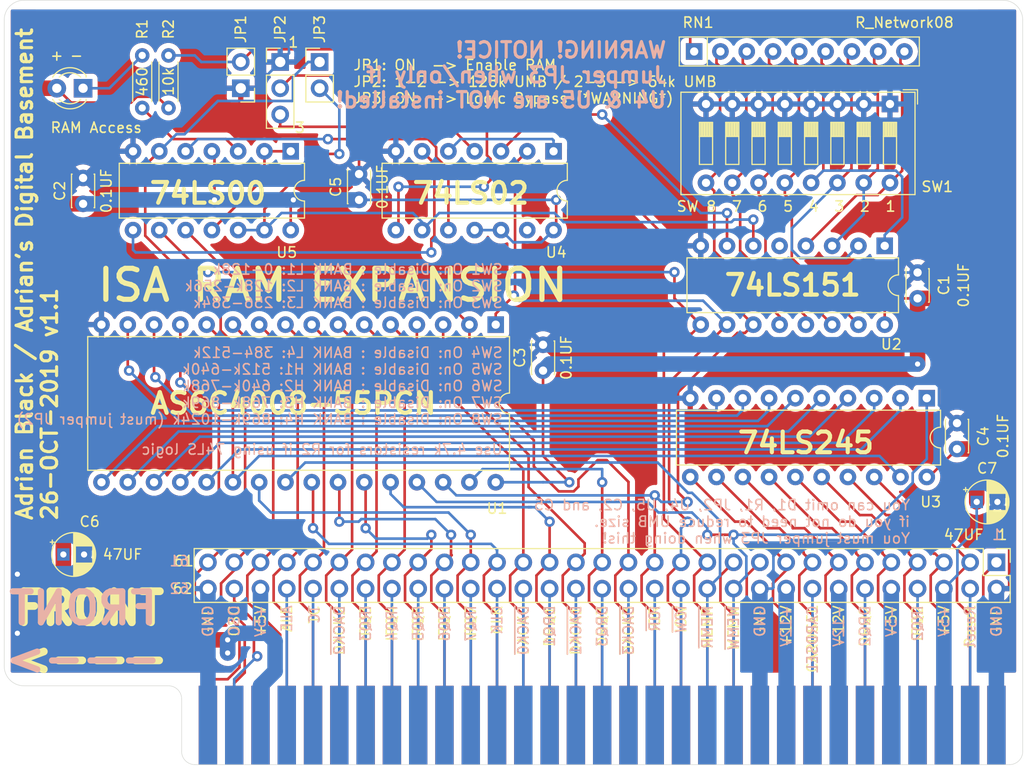
<source format=kicad_pcb>
(kicad_pcb (version 20221018) (generator pcbnew)
  (title_block (title "8-bit ISA Prototying Board") (date "2019-02-07") (company "Monotech PCs"))
  (layers (0 "F.Cu" signal) (31 "B.Cu" signal) (36 "B.SilkS" user "B.Silkscreen") (37 "F.SilkS" user "F.Silkscreen") (38 "B.Mask" user) (39 "F.Mask" user) (44 "Edge.Cuts" user))
  (net 0 "")
  (net 1 "A0")
  (net 2 "A1")
  (net 3 "A2")
  (net 4 "A3")
  (net 5 "A4")
  (net 6 "A5")
  (net 7 "A6")
  (net 8 "A7")
  (net 9 "A8")
  (net 10 "A9")
  (net 11 "A10")
  (net 12 "A11")
  (net 13 "A12")
  (net 14 "A13")
  (net 15 "A14")
  (net 16 "A15")
  (net 17 "A17")
  (net 18 "A18")
  (net 19 "A19")
  (net 20 "AEN")
  (net 21 "IORDY")
  (net 22 "D0")
  (net 23 "D1")
  (net 24 "D2")
  (net 25 "D3")
  (net 26 "D4")
  (net 27 "D5")
  (net 28 "D6")
  (net 29 "D7")
  (net 30 "IOCHK")
  (net 31 "GND")
  (net 32 "OSC")
  (net 33 "+5V")
  (net 34 "ALE")
  (net 35 "TC")
  (net 36 "~{DACK2}")
  (net 37 "IRQ3")
  (net 38 "IRQ4")
  (net 39 "IRQ5")
  (net 40 "IRQ6")
  (net 41 "IRQ7")
  (net 42 "CLK")
  (net 43 "~{DACK0}")
  (net 44 "DRQ1")
  (net 45 "~{DACK1}")
  (net 46 "DRQ3")
  (net 47 "~{DACK3}")
  (net 48 "~{IOR}")
  (net 49 "~{IOW}")
  (net 50 "~{MEMR}")
  (net 51 "~{MEMW}")
  (net 52 "+12V")
  (net 53 "CARDSEL")
  (net 54 "-12V")
  (net 55 "DRQ2")
  (net 56 "-5V")
  (net 57 "IRQ2")
  (net 58 "RESET")
  (net 59 "Net-(RN1-Pad9)")
  (net 60 "Net-(RN1-Pad8)")
  (net 61 "Net-(RN1-Pad7)")
  (net 62 "Net-(RN1-Pad6)")
  (net 63 "Net-(RN1-Pad5)")
  (net 64 "Net-(RN1-Pad4)")
  (net 65 "Net-(RN1-Pad3)")
  (net 66 "Net-(RN1-Pad2)")
  (net 67 "BD2")
  (net 68 "BD1")
  (net 69 "BD0")
  (net 70 "SRAM_CE")
  (net 71 "BD7")
  (net 72 "BD6")
  (net 73 "BD5")
  (net 74 "BD4")
  (net 75 "BD3")
  (net 76 "DECODED_CS")
  (net 77 "Net-(U2-Pad5)")
  (net 78 "Net-(U4-Pad13)")
  (net 79 "Net-(U4-Pad10)")
  (net 80 "Net-(U4-Pad1)")
  (net 81 "Net-(D1-Pad1)")
  (net 82 "A16")
  (net 83 "Net-(JP1-Pad2)")
  (net 84 "Net-(U4-Pad6)")
  (net 85 "Net-(U5-Pad1)")
  (net 86 "Net-(JP2-Pad3)")
  (net 87 "Net-(JP2-Pad2)")
  (net 88 "Net-(R1-Pad1)")
  (footprint "Custom:Conn_Edge_PCB_ISA8" (layer "F.Cu") (at 114.935 135.255)
    (fp_text reference "J1" hide)
    (fp_text value "Bus_ISA_8bit" hide)
  )
  (footprint "Connector_PinHeader_2.54mm:PinHeader_2x31_P2.54mm_Vertical" (layer "F.Cu") (at 153.035 119.507 -90)
    (fp_text reference "J2" hide)
    (fp_text value "Breakout" hide)
  )
  (footprint "Capacitor_THT:C_Disc_D3.0mm_W2.0mm_P2.50mm" (layer "F.Cu") (at 64.77 84.836 90)
    (fp_text reference "C2")
    (fp_text value "0.1UF")
  )
  (footprint "Capacitor_THT:C_Disc_D3.0mm_W2.0mm_P2.50mm" (layer "F.Cu") (at 109.22 100.965 90)
    (fp_text reference "C3")
    (fp_text value "0.1UF")
  )
  (footprint "Capacitor_THT:C_Disc_D3.0mm_W2.0mm_P2.50mm" (layer "F.Cu") (at 91.44 84.455 90)
    (fp_text reference "C5")
    (fp_text value "0.1UF")
  )
  (footprint "Capacitor_THT:CP_Radial_D4.0mm_P2.00mm" (layer "F.Cu") (at 62.865 118.745)
    (fp_text reference "C6")
    (fp_text value "47UF")
  )
  (footprint "Connector_PinHeader_2.54mm:PinHeader_1x02_P2.54mm_Vertical" (layer "F.Cu") (at 80.01 73.66 180)
    (fp_text reference "JP1")
    (fp_text value "Enable RAM")
  )
  (footprint "Resistor_THT:R_Axial_DIN0204_L3.6mm_D1.6mm_P5.08mm_Horizontal" (layer "F.Cu") (at 73.025 70.485 -90)
    (fp_text reference "R2")
    (fp_text value "10k")
  )
  (footprint "Resistor_THT:R_Array_SIP9" (layer "F.Cu") (at 123.825 70.104)
    (fp_text reference "RN1")
    (fp_text value "R_Network08")
  )
  (footprint "Button_Switch_THT:SW_DIP_SPSTx08_Slide_9.78x22.5mm_W7.62mm_P2.54mm" (layer "F.Cu") (at 142.748 75.184 -90)
    (fp_text reference "SW1")
    (fp_text value "SW_DIP_x08")
  )
  (footprint "Package_DIP:DIP-16_W7.62mm" (layer "F.Cu") (at 142.24 88.9 -90)
    (fp_text reference "U2")
    (fp_text value "74LS151")
  )
  (footprint "Package_DIP:DIP-20_W7.62mm" (layer "F.Cu") (at 146.304 103.632 -90)
    (fp_text reference "U3")
    (fp_text value "74LS245")
  )
  (footprint "Package_DIP:DIP-14_W7.62mm" (layer "F.Cu") (at 110.236 79.756 -90)
    (fp_text reference "U4")
    (fp_text value "74LS02")
  )
  (footprint "Package_DIP:DIP-14_W7.62mm" (layer "F.Cu") (at 84.836 79.756 -90)
    (fp_text reference "U5")
    (fp_text value "74LS00")
  )
  (footprint "LED_THT:LED_D3.0mm" (layer "F.Cu") (at 64.77 73.66 180)
    (fp_text reference "RAM Access")
    (fp_text value "LED")
  )
  (footprint "Resistor_THT:R_Axial_DIN0204_L3.6mm_D1.6mm_P5.08mm_Horizontal" (layer "F.Cu") (at 70.485 75.565 90)
    (fp_text reference "R1")
    (fp_text value "460")
  )
  (footprint "Capacitor_THT:CP_Radial_D4.0mm_P2.00mm" (layer "F.Cu") (at 151.13 113.665)
    (fp_text reference "C7")
    (fp_text value "47UF")
  )
  (footprint "Connector_PinHeader_2.54mm:PinHeader_1x02_P2.54mm_Vertical" (layer "F.Cu") (at 87.63 71.12)
    (fp_text reference "JP3")
    (fp_text value "Bypass Logic")
  )
  (footprint "Capacitor_THT:C_Disc_D3.0mm_W2.0mm_P2.50mm" (layer "F.Cu") (at 145.415 93.98 90)
    (fp_text reference "C1")
    (fp_text value "0.1UF")
  )
  (footprint "Capacitor_THT:C_Disc_D3.0mm_W2.0mm_P2.50mm" (layer "F.Cu") (at 149.225 108.545 90)
    (fp_text reference "C4")
    (fp_text value "0.1UF")
  )
  (footprint "Package_DIP:DIP-32_W15.24mm" (layer "F.Cu") (at 104.648 96.52 -90)
    (fp_text reference "U1")
    (fp_text value "AS6C4008-55PCN")
  )
  (footprint "Connector_PinHeader_2.54mm:PinHeader_1x03_P2.54mm_Vertical" (layer "F.Cu") (at 83.82 71.12)
    (fp_text reference "JP2")
    (fp_text value "128k / 64k UMB")
  )
  (gr_line (start 57.15 67.056) (end 57.15 129.54) (stroke (width 0.05)) (layer "Edge.Cuts"))
  (gr_arc (start 75.565 139.065) (mid 74.666974 138.693026) (end 74.295 137.795) (stroke (width 0.05)) (layer "Edge.Cuts"))
  (gr_arc (start 155.575 137.795) (mid 155.203026 138.693026) (end 154.305 139.065) (stroke (width 0.05)) (layer "Edge.Cuts"))
  (gr_arc (start 57.15 67.056) (mid 57.707962 65.708962) (end 59.055 65.151) (stroke (width 0.05)) (layer "Edge.Cuts"))
  (gr_arc (start 153.67 65.151) (mid 155.017038 65.708962) (end 155.575 67.056) (stroke (width 0.05)) (layer "Edge.Cuts"))
  (gr_line (start 73.025 131.445) (end 59.055 131.445) (stroke (width 0.05)) (layer "Edge.Cuts"))
  (gr_line (start 74.295 137.795) (end 74.295 132.715) (stroke (width 0.05)) (layer "Edge.Cuts"))
  (gr_arc (start 73.025 131.445) (mid 73.923026 131.816974) (end 74.295 132.715) (stroke (width 0.05)) (layer "Edge.Cuts"))
  (gr_line (start 155.575 137.795) (end 155.575 67.056) (stroke (width 0.05)) (layer "Edge.Cuts"))
  (gr_line (start 75.565 139.065) (end 154.305 139.065) (stroke (width 0.05)) (layer "Edge.Cuts"))
  (gr_line (start 153.67 65.151) (end 59.055 65.151) (stroke (width 0.05)) (layer "Edge.Cuts"))
  (gr_arc (start 59.055 131.445) (mid 57.707962 130.887038) (end 57.15 129.54) (stroke (width 0.05)) (layer "Edge.Cuts"))
  (gr_text "GND" (at 130.175 123.571 90) (layer "B.SilkS") (effects (font (size 1 1)) (justify left mirror)))
  (gr_text "GND" (at 76.835 123.571 90) (layer "B.SilkS") (effects (font (size 1 1)) (justify left mirror)))
  (gr_text "TC" (at 87.122 123.571 90) (layer "B.SilkS") (effects (font (size 1 1)) (justify left mirror)))
  (gr_text "ALE" (at 84.455 123.571 90) (layer "B.SilkS") (effects (font (size 1 1)) (justify left mirror)))
  (gr_text "OSC" (at 79.375 123.571 90) (layer "B.SilkS") (effects (font (size 1 1)) (justify left mirror)))
  (gr_text "~{IOW}" (at 122.555 123.571 90) (layer "B.SilkS") (effects (font (size 1 1)) (justify left mirror)))
  (gr_text "+12V" (at 132.715 123.571 90) (layer "B.SilkS") (effects (font (size 1 1)) (justify left mirror)))
  (gr_text "DRQ3" (at 114.935 123.571 90) (layer "B.SilkS") (effects (font (size 1 1)) (justify left mirror)))
  (gr_text "IRQ4" (at 94.615 123.571 90) (layer "B.SilkS") (effects (font (size 1 1)) (justify left mirror)))
  (gr_text "IRQ3" (at 92.075 123.571 90) (layer "B.SilkS") (effects (font (size 1 1)) (justify left mirror)))
  (gr_text "+5V" (at 81.915 123.571 90) (layer "B.SilkS") (effects (font (size 1 1)) (justify left mirror)))
  (gr_text "IRQ5" (at 97.155 123.571 90) (layer "B.SilkS") (effects (font (size 1 1)) (justify left mirror)))
  (gr_text "~{MEMW}" (at 127.635 123.571 90) (layer "B.SilkS") (effects (font (size 1 1)) (justify left mirror)))
  (gr_text "~{DACK2}" (at 89.535 123.571 90) (layer "B.SilkS") (effects (font (size 1 1)) (justify left mirror)))
  (gr_text "CARDSEL" (at 135.255 123.571 90) (layer "B.SilkS") (effects (font (size 1 1)) (justify left mirror)))
  (gr_text "DRQ1" (at 109.855 123.571 90) (layer "B.SilkS") (effects (font (size 1 1)) (justify left mirror)))
  (gr_text "~{DACK3}" (at 117.475 123.571 90) (layer "B.SilkS") (effects (font (size 1 1)) (justify left mirror)))
  (gr_text "~{MEMR}" (at 125.095 123.571 90) (layer "B.SilkS") (effects (font (size 1 1)) (justify left mirror)))
  (gr_text "-12V" (at 137.795 123.571 90) (layer "B.SilkS") (effects (font (size 1 1)) (justify left mirror)))
  (gr_text "~{DACK0}" (at 107.315 123.571 90) (layer "B.SilkS") (effects (font (size 1 1)) (justify left mirror)))
  (gr_text "~{IOR}" (at 120.015 123.571 90) (layer "B.SilkS") (effects (font (size 1 1)) (justify left mirror)))
  (gr_text "~{DACK1}" (at 112.395 123.571 90) (layer "B.SilkS") (effects (font (size 1 1)) (justify left mirror)))
  (gr_text "CLK" (at 104.775 123.571 90) (layer "B.SilkS") (effects (font (size 1 1)) (justify left mirror)))
  (gr_text "IRQ7" (at 102.235 123.571 90) (layer "B.SilkS") (effects (font (size 1 1)) (justify left mirror)))
  (gr_text "IRQ6" (at 99.695 123.571 90) (layer "B.SilkS") (effects (font (size 1 1)) (justify left mirror)))
  (gr_text "-5V" (at 142.875 123.571 90) (layer "B.SilkS") (effects (font (size 1 1)) (justify left mirror)))
  (gr_text "+5V" (at 147.955 123.571 90) (layer "B.SilkS") (effects (font (size 1 1)) (justify left mirror)))
  (gr_text "GND" (at 153.035 123.571 90) (layer "B.SilkS") (effects (font (size 1 1)) (justify left mirror)))
  (gr_text "DRQ2" (at 140.335 123.571 90) (layer "B.SilkS") (effects (font (size 1 1)) (justify left mirror)))
  (gr_text "Reset" (at 150.495 123.571 90) (layer "B.SilkS") (effects (font (size 1 1)) (justify left mirror)))
  (gr_text "IRQ2" (at 145.415 123.571 90) (layer "B.SilkS") (effects (font (size 1 1)) (justify left mirror)))
  (gr_text "61" (at 73.025 119.38) (layer "B.SilkS") (effects (font (size 1 1)) (justify right mirror)))
  (gr_text "1" (at 153.67 116.84) (layer "B.SilkS") (effects (font (size 1 1)) (justify left mirror)))
  (gr_text "62" (at 73.025 122.047) (layer "B.SilkS") (effects (font (size 1 1)) (justify right mirror)))
  (gr_text "FRONT\n--->" (at 64.77 126.365) (layer "B.SilkS") (effects (font (size 3 3) (thickness 0.6)) (justify mirror)))
  (gr_text "WARNING! NOTICE!\nJumper JP3 when/only if\nU4 & U5 are NOT installed!" (at 121.285 72.39) (layer "B.SilkS") (effects (font (size 1.5 1.5) (thickness 0.3)) (justify left mirror)))
  (gr_text "Use 4.7k resistors for R2 if using 74LS logic" (at 105.41 108.585) (layer "B.SilkS") (effects (font (size 1 1)) (justify left mirror)))
  (gr_text "You can omit D1, R1, JP2, U4, U5, C2, and C5\nif you do not need to reduce UMB size.\nYou must jumper JP3 when doing this!" (at 144.78 115.57) (layer "B.SilkS") (effects (font (size 1 1)) (justify left mirror)))
  (gr_text "SW1 On: Disable : BANK L1: 0-128k\nSW2 On: Disable : BANK L2: 128k-256k\nSW3 On: Disable : BANK L3: 256-384k\n\n\nSW4 On: Disable : BANK L4: 384-512k\nSW5 On: Disable : BANK H1: 512k-640k\nSW6 On: Disable : BANK H2: 640k-768k \nSW7 On: Disable : BANK H3: 768k-869k\nSW8 On: Disable : BANK H4: 869k-1024k (must jumper JP2)" (at 105.41 98.425) (layer "B.SilkS") (effects (font (size 1 1)) (justify left mirror)))
  (gr_text "GND" (at 153.035 123.571 90) (layer "F.SilkS") (effects (font (size 1 1)) (justify right)))
  (gr_text "Reset" (at 150.495 123.571 90) (layer "F.SilkS") (effects (font (size 1 1)) (justify right)))
  (gr_text "+5V" (at 147.955 123.571 90) (layer "F.SilkS") (effects (font (size 1 1)) (justify right)))
  (gr_text "-5V" (at 142.875 123.571 90) (layer "F.SilkS") (effects (font (size 1 1)) (justify right)))
  (gr_text "IRQ2" (at 145.415 123.571 90) (layer "F.SilkS") (effects (font (size 1 1)) (justify right)))
  (gr_text "DRQ2" (at 140.335 123.571 90) (layer "F.SilkS") (effects (font (size 1 1)) (justify right)))
  (gr_text "GND" (at 130.175 123.571 90) (layer "F.SilkS") (effects (font (size 1 1)) (justify right)))
  (gr_text "GND" (at 76.835 123.571 90) (layer "F.SilkS") (effects (font (size 1 1)) (justify right)))
  (gr_text "ALE" (at 84.455 123.571 90) (layer "F.SilkS") (effects (font (size 1 1)) (justify right)))
  (gr_text "TC" (at 87.122 123.571 90) (layer "F.SilkS") (effects (font (size 1 1)) (justify right)))
  (gr_text "OSC" (at 79.375 123.571 90) (layer "F.SilkS") (effects (font (size 1 1)) (justify right)))
  (gr_text "-12V" (at 137.795 123.571 90) (layer "F.SilkS") (effects (font (size 1 1)) (justify right)))
  (gr_text "+12V" (at 132.715 123.571 90) (layer "F.SilkS") (effects (font (size 1 1)) (justify right)))
  (gr_text "CARDSEL" (at 135.255 123.571 90) (layer "F.SilkS") (effects (font (size 1 1)) (justify right)))
  (gr_text "~{MEMW}" (at 127.635 123.571 90) (layer "F.SilkS") (effects (font (size 1 1)) (justify right)))
  (gr_text "~{MEMR}" (at 125.095 123.571 90) (layer "F.SilkS") (effects (font (size 1 1)) (justify right)))
  (gr_text "~{IOW}" (at 122.555 123.571 90) (layer "F.SilkS") (effects (font (size 1 1)) (justify right)))
  (gr_text "~{IOR}" (at 120.015 123.571 90) (layer "F.SilkS") (effects (font (size 1 1)) (justify right)))
  (gr_text "~{DACK3}" (at 117.475 123.571 90) (layer "F.SilkS") (effects (font (size 1 1)) (justify right)))
  (gr_text "DRQ3" (at 114.935 123.571 90) (layer "F.SilkS") (effects (font (size 1 1)) (justify right)))
  (gr_text "~{DACK1}" (at 112.395 123.571 90) (layer "F.SilkS") (effects (font (size 1 1)) (justify right)))
  (gr_text "CLK" (at 104.775 123.571 90) (layer "F.SilkS") (effects (font (size 1 1)) (justify right)))
  (gr_text "IRQ7" (at 102.235 123.571 90) (layer "F.SilkS") (effects (font (size 1 1)) (justify right)))
  (gr_text "~{DACK0}" (at 107.315 123.571 90) (layer "F.SilkS") (effects (font (size 1 1)) (justify right)))
  (gr_text "DRQ1" (at 109.855 123.571 90) (layer "F.SilkS") (effects (font (size 1 1)) (justify right)))
  (gr_text "IRQ6" (at 99.695 123.571 90) (layer "F.SilkS") (effects (font (size 1 1)) (justify right)))
  (gr_text "IRQ5" (at 97.155 123.571 90) (layer "F.SilkS") (effects (font (size 1 1)) (justify right)))
  (gr_text "IRQ4" (at 94.615 123.571 90) (layer "F.SilkS") (effects (font (size 1 1)) (justify right)))
  (gr_text "IRQ3" (at 92.075 123.571 90) (layer "F.SilkS") (effects (font (size 1 1)) (justify right)))
  (gr_text "+5V" (at 81.915 123.571 90) (layer "F.SilkS") (effects (font (size 1 1)) (justify right)))
  (gr_text "~{DACK2}" (at 89.535 123.571 90) (layer "F.SilkS") (effects (font (size 1 1)) (justify right)))
  (gr_text "62" (at 75.438 122.047) (layer "F.SilkS") (effects (font (size 1 1)) (justify right)))
  (gr_text "61" (at 75.565 119.38) (layer "F.SilkS") (effects (font (size 1 1)) (justify right)))
  (gr_text "1" (at 85.09 69.215) (layer "F.SilkS") (effects (font (size 1 1))))
  (gr_text "3" (at 85.725 77.47) (layer "F.SilkS") (effects (font (size 1 1))))
  (gr_text "-" (at 64.135 70.485) (layer "F.SilkS") (effects (font (size 1 1))))
  (gr_text "FRONT\n<---" (at 65.405 126.365) (layer "F.SilkS") (effects (font (size 3 3) (thickness 0.75))))
  (gr_text "Adrian Black / Adrian's Digital Basement\n26-OCT-2019 v1.1" (at 60.325 115.57 90) (layer "F.SilkS") (effects (font (size 1.5 1.5) (thickness 0.3)) (justify left)))
  (gr_text "1" (at 153.035 116.84) (layer "F.SilkS") (effects (font (size 1 1)) (justify left)))
  (gr_text "+" (at 62.23 70.485) (layer "F.SilkS") (effects (font (size 1 1))))
  (gr_text "ISA RAM EXPANSION" (at 88.9 92.71) (layer "F.SilkS") (effects (font (size 3 3) (thickness 0.5))))
  (gr_text "SW 8  7  6  5  4  3  2  1" (at 132.715 85.09) (layer "F.SilkS") (effects (font (size 1 1))))
  (gr_text "JP1: ON  -> Enable RAM\nJP2: 1-2 -> 128k UMB / 2-3 -> 64k UMB \nJP3: ON  -> Logic Bypass (*WARNING*)" (at 90.805 73.025) (layer "F.SilkS") (effects (font (size 1 1)) (justify left)))
  (segment (start 79.88299 125.813424) (end 79.88299 129.66701) (width 0.254) (layer "F.Cu") (net 1))
  (segment (start 76.835 119.507) (end 75.565 120.777) (width 0.254) (layer "F.Cu") (net 1))
  (segment (start 77.507999 97.319999) (end 76.708 96.52) (width 0.254) (layer "F.Cu") (net 1))
  (segment (start 78.74 130.81) (end 76.835 130.81) (width 0.254) (layer "F.Cu") (net 1))
  (segment (start 77.386566 123.317) (end 79.88299 125.813424) (width 0.254) (layer "F.Cu") (net 1))
  (segment (start 77.889001 118.452999) (end 77.889001 97.701001) (width 0.254) (layer "F.Cu") (net 1))
  (segment (start 76.835 130.81) (end 76.835 135.255) (width 0.254) (layer "F.Cu") (net 1))
  (segment (start 76.835 119.507) (end 77.889001 118.452999) (width 0.254) (layer "F.Cu") (net 1))
  (segment (start 79.88299 129.66701) (end 78.74 130.81) (width 0.254) (layer "F.Cu") (net 1))
  (segment (start 75.565 123.317) (end 77.386566 123.317) (width 0.254) (layer "F.Cu") (net 1))
  (segment (start 77.889001 97.701001) (end 77.507999 97.319999) (width 0.254) (layer "F.Cu") (net 1))
  (segment (start 75.565 120.777) (end 75.565 123.317) (width 0.254) (layer "F.Cu") (net 1))
  (segment (start 79.3115 124.5235) (end 78.994 124.206) (width 0.254) (layer "F.Cu") (net 2))
  (segment (start 79.375 131.191) (end 80.391 130.175) (width 0.254) (layer "F.Cu") (net 2))
  (segment (start 78.994 124.206) (end 78.105 123.317) (width 0.254) (layer "F.Cu") (net 2))
  (segment (start 79.375 120.269) (end 79.375 119.507) (width 0.254) (layer "F.Cu") (net 2))
  (segment (start 79.375 124.587) (end 79.3115 124.5235) (width 0.254) (layer "F.Cu") (net 2))
  (segment (start 80.391 125.603) (end 78.994 124.206) (width 0.254) (layer "F.Cu") (net 2))
  (segment (start 80.429001 97.701001) (end 80.047999 97.319999) (width 0.254) (layer "F.Cu") (net 2))
  (segment (start 80.391 130.175) (end 80.391 125.603) (width 0.254) (layer "F.Cu") (net 2))
  (segment (start 78.105 121.539) (end 79.375 120.269) (width 0.254) (layer "F.Cu") (net 2))
  (segment (start 79.375 119.507) (end 80.429001 118.452999) (width 0.254) (layer "F.Cu") (net 2))
  (segment (start 80.429001 118.452999) (end 80.429001 97.701001) (width 0.254) (layer "F.Cu") (net 2))
  (segment (start 79.375 135.255) (end 79.375 131.191) (width 0.254) (layer "F.Cu") (net 2))
  (segment (start 80.047999 97.319999) (end 79.248 96.52) (width 0.254) (layer "F.Cu") (net 2))
  (segment (start 78.105 123.317) (end 78.105 121.539) (width 0.254) (layer "F.Cu") (net 2))
  (segment (start 81.915 135.255) (end 81.915 131.191) (width 0.254) (layer "F.Cu") (net 3))
  (segment (start 82.296 130.81) (end 83.185 130.81) (width 0.254) (layer "F.Cu") (net 3))
  (segment (start 83.82 126.492) (end 81.8515 124.5235) (width 0.254) (layer "F.Cu") (net 3))
  (segment (start 81.915 119.507) (end 83.146999 118.275001) (width 0.254) (layer "F.Cu") (net 3))
  (segment (start 82.587999 97.319999) (end 81.788 96.52) (width 0.254) (layer "F.Cu") (net 3))
  (segment (start 81.915 131.191) (end 82.296 130.81) (width 0.254) (layer "F.Cu") (net 3))
  (segment (start 80.645 123.317) (end 80.645 120.777) (width 0.254) (layer "F.Cu") (net 3))
  (segment (start 80.645 120.777) (end 81.915 119.507) (width 0.254) (layer "F.Cu") (net 3))
  (segment (start 83.185 130.81) (end 83.82 130.175) (width 0.254) (layer "F.Cu") (net 3))
  (segment (start 83.82 130.175) (end 83.82 126.492) (width 0.254) (layer "F.Cu") (net 3))
  (segment (start 81.915 124.587) (end 81.8515 124.5235) (width 0.254) (layer "F.Cu") (net 3))
  (segment (start 83.146999 97.878999) (end 82.587999 97.319999) (width 0.254) (layer "F.Cu") (net 3))
  (segment (start 81.8515 124.5235) (end 80.645 123.317) (width 0.254) (layer "F.Cu") (net 3))
  (segment (start 83.146999 118.275001) (end 83.146999 97.878999) (width 0.254) (layer "F.Cu") (net 3))
  (segment (start 84.455 119.507) (end 85.509001 118.452999) (width 0.254) (layer "F.Cu") (net 4))
  (segment (start 85.127999 97.319999) (end 84.328 96.52) (width 0.254) (layer "F.Cu") (net 4))
  (segment (start 84.455 124.587) (end 83.185 123.317) (width 0.254) (layer "F.Cu") (net 4))
  (segment (start 84.455 135.255) (end 84.455 124.587) (width 0.254) (layer "F.Cu") (net 4))
  (segment (start 83.185 120.777) (end 84.455 119.507) (width 0.254) (layer "F.Cu") (net 4))
  (segment (start 85.509001 118.452999) (end 85.509001 97.701001) (width 0.254) (layer "F.Cu") (net 4))
  (segment (start 83.185 123.317) (end 83.185 120.777) (width 0.254) (layer "F.Cu") (net 4))
  (segment (start 85.509001 97.701001) (end 85.127999 97.319999) (width 0.254) (layer "F.Cu") (net 4))
  (segment (start 86.995 135.255) (end 86.995 124.587) (width 0.254) (layer "F.Cu") (net 5))
  (segment (start 88.049001 97.701001) (end 87.667999 97.319999) (width 0.254) (layer "F.Cu") (net 5))
  (segment (start 86.995 119.507) (end 88.049001 118.452999) (width 0.254) (layer "F.Cu") (net 5))
  (segment (start 85.725 120.777) (end 86.995 119.507) (width 0.254) (layer "F.Cu") (net 5))
  (segment (start 85.725 123.317) (end 85.725 120.777) (width 0.254) (layer "F.Cu") (net 5))
  (segment (start 87.667999 97.319999) (end 86.868 96.52) (width 0.254) (layer "F.Cu") (net 5))
  (segment (start 88.049001 118.452999) (end 88.049001 97.701001) (width 0.254) (layer "F.Cu") (net 5))
  (segment (start 86.995 124.587) (end 85.725 123.317) (width 0.254) (layer "F.Cu") (net 5))
  (segment (start 90.766999 97.878999) (end 90.207999 97.319999) (width 0.254) (layer "F.Cu") (net 6))
  (segment (start 88.265 123.317) (end 88.265 120.777) (width 0.254) (layer "F.Cu") (net 6))
  (segment (start 88.265 120.777) (end 89.535 119.507) (width 0.254) (layer "F.Cu") (net 6))
  (segment (start 90.207999 97.319999) (end 89.408 96.52) (width 0.254) (layer "F.Cu") (net 6))
  (segment (start 89.535 119.507) (end 90.766999 118.275001) (width 0.254) (layer "F.Cu") (net 6))
  (segment (start 90.766999 118.275001) (end 90.766999 97.878999) (width 0.254) (layer "F.Cu") (net 6))
  (segment (start 89.535 135.255) (end 89.535 124.587) (width 0.254) (layer "F.Cu") (net 6))
  (segment (start 89.535 124.587) (end 88.265 123.317) (width 0.254) (layer "F.Cu") (net 6))
  (segment (start 93.129001 97.701001) (end 92.747999 97.319999) (width 0.254) (layer "F.Cu") (net 7))
  (segment (start 92.075 135.255) (end 92.075 124.587) (width 0.254) (layer "F.Cu") (net 7))
  (segment (start 90.805 120.777) (end 92.075 119.507) (width 0.254) (layer "F.Cu") (net 7))
  (segment (start 93.129001 118.452999) (end 93.129001 97.701001) (width 0.254) (layer "F.Cu") (net 7))
  (segment (start 92.075 124.587) (end 90.805 123.317) (width 0.254) (layer "F.Cu") (net 7))
  (segment (start 92.747999 97.319999) (end 91.948 96.52) (width 0.254) (layer "F.Cu") (net 7))
  (segment (start 92.075 119.507) (end 93.129001 118.452999) (width 0.254) (layer "F.Cu") (net 7))
  (segment (start 90.805 123.317) (end 90.805 120.777) (width 0.254) (layer "F.Cu") (net 7))
  (segment (start 95.846999 118.275001) (end 95.846999 97.878999) (width 0.254) (layer "F.Cu") (net 8))
  (segment (start 94.615 119.507) (end 95.846999 118.275001) (width 0.254) (layer "F.Cu") (net 8))
  (segment (start 93.345 123.317) (end 93.345 120.777) (width 0.254) (layer "F.Cu") (net 8))
  (segment (start 94.615 135.255) (end 94.615 124.587) (width 0.254) (layer "F.Cu") (net 8))
  (segment (start 95.287999 97.319999) (end 94.488 96.52) (width 0.254) (layer "F.Cu") (net 8))
  (segment (start 95.846999 97.878999) (end 95.287999 97.319999) (width 0.254) (layer "F.Cu") (net 8))
  (segment (start 94.615 124.587) (end 93.345 123.317) (width 0.254) (layer "F.Cu") (net 8))
  (segment (start 93.345 120.777) (end 94.615 119.507) (width 0.254) (layer "F.Cu") (net 8))
  (segment (start 97.155 119.507) (end 98.209001 118.452999) (width 0.254) (layer "F.Cu") (net 9))
  (segment (start 95.885 123.317) (end 95.885 120.777) (width 0.254) (layer "F.Cu") (net 9))
  (segment (start 98.425 118.237) (end 98.425 116.84) (width 0.254) (layer "F.Cu") (net 9))
  (segment (start 92.075 116.205) (end 92.075 111.887) (width 0.254) (layer "F.Cu") (net 9))
  (segment (start 97.155 119.507) (end 98.425 118.237) (width 0.254) (layer "F.Cu") (net 9))
  (segment (start 95.885 120.777) (end 97.155 119.507) (width 0.254) (layer "F.Cu") (net 9))
  (segment (start 92.075 111.887) (end 91.948 111.76) (width 0.254) (layer "F.Cu") (net 9))
  (segment (start 97.155 124.587) (end 95.885 123.317) (width 0.254) (layer "F.Cu") (net 9))
  (segment (start 97.155 135.255) (end 97.155 124.587) (width 0.254) (layer "F.Cu") (net 9))
  (via (at 92.075 116.205) (size 1) (drill 0.5) (layers "F.Cu" "B.Cu") (net 9))
  (via (at 98.425 116.84) (size 1) (drill 0.5) (layers "F.Cu" "B.Cu") (net 9))
  (segment (start 92.075 116.205) (end 92.075 116.205) (width 0.254) (layer "B.Cu") (net 9))
  (segment (start 92.075 116.205) (end 93.082991 117.212991) (width 0.254) (layer "B.Cu") (net 9))
  (segment (start 98.052009 117.212991) (end 98.425 116.84) (width 0.254) (layer "B.Cu") (net 9))
  (segment (start 93.082991 117.212991) (end 98.052009 117.212991) (width 0.254) (layer "B.Cu") (net 9))
  (segment (start 98.425 120.777) (end 99.695 119.507) (width 0.254) (layer "F.Cu") (net 10))
  (segment (start 98.425 123.317) (end 98.425 120.777) (width 0.254) (layer "F.Cu") (net 10))
  (segment (start 100.33 116.84) (end 100.33 118.745) (width 0.254) (layer "F.Cu") (net 10))
  (segment (start 99.695 124.587) (end 98.425 123.317) (width 0.254) (layer "F.Cu") (net 10))
  (segment (start 89.535 115.57) (end 89.535 111.887) (width 0.254) (layer "F.Cu") (net 10))
  (segment (start 89.535 111.887) (end 89.408 111.76) (width 0.254) (layer "F.Cu") (net 10))
  (segment (start 99.695 135.255) (end 99.695 124.587) (width 0.254) (layer "F.Cu") (net 10))
  (segment (start 99.695 119.507) (end 100.3935 118.8085) (width 0.254) (layer "F.Cu") (net 10))
  (segment (start 100.33 118.745) (end 100.3935 118.8085) (width 0.254) (layer "F.Cu") (net 10))
  (via (at 89.535 115.57) (size 1) (drill 0.5) (layers "F.Cu" "B.Cu") (net 10))
  (via (at 100.33 116.84) (size 1) (drill 0.5) (layers "F.Cu" "B.Cu") (net 10))
  (segment (start 89.535 115.57) (end 89.535 115.57) (width 0.254) (layer "B.Cu") (net 10))
  (segment (start 91.406118 115.57) (end 91.652119 115.323999) (width 0.254) (layer "B.Cu") (net 10))
  (segment (start 98.813999 115.323999) (end 99.830001 116.340001) (width 0.254) (layer "B.Cu") (net 10))
  (segment (start 99.830001 116.340001) (end 100.33 116.84) (width 0.254) (layer "B.Cu") (net 10))
  (segment (start 89.535 115.57) (end 91.406118 115.57) (width 0.254) (layer "B.Cu") (net 10))
  (segment (start 91.652119 115.323999) (end 98.813999 115.323999) (width 0.254) (layer "B.Cu") (net 10))
  (segment (start 100.965 120.777) (end 102.235 119.507) (width 0.254) (layer "F.Cu") (net 11))
  (segment (start 102.235 124.587) (end 100.965 123.317) (width 0.254) (layer "F.Cu") (net 11))
  (segment (start 102.235 135.255) (end 102.235 124.587) (width 0.254) (layer "F.Cu") (net 11))
  (segment (start 102.235 116.84) (end 102.235 119.507) (width 0.254) (layer "F.Cu") (net 11))
  (segment (start 100.965 123.317) (end 100.965 120.777) (width 0.254) (layer "F.Cu") (net 11))
  (via (at 102.235 116.84) (size 1) (drill 0.5) (layers "F.Cu" "B.Cu") (net 11))
  (segment (start 81.788 113.538) (end 81.788 111.76) (width 0.254) (layer "B.Cu") (net 11))
  (segment (start 82.938999 114.688999) (end 81.788 113.538) (width 0.254) (layer "B.Cu") (net 11))
  (segment (start 102.235 116.84) (end 100.083999 114.688999) (width 0.254) (layer "B.Cu") (net 11))
  (segment (start 100.083999 114.688999) (end 82.938999 114.688999) (width 0.254) (layer "B.Cu") (net 11))
  (segment (start 103.505 123.317) (end 103.505 120.777) (width 0.254) (layer "F.Cu") (net 12))
  (segment (start 103.505 120.777) (end 104.775 119.507) (width 0.254) (layer "F.Cu") (net 12))
  (segment (start 104.775 135.255) (end 104.775 124.587) (width 0.254) (layer "F.Cu") (net 12))
  (segment (start 104.775 124.587) (end 103.505 123.317) (width 0.254) (layer "F.Cu") (net 12))
  (segment (start 86.995 111.887) (end 86.868 111.76) (width 0.254) (layer "F.Cu") (net 12))
  (segment (start 86.995 116.205) (end 86.995 111.887) (width 0.254) (layer "F.Cu") (net 12))
  (via (at 86.995 116.205) (size 1) (drill 0.5) (layers "F.Cu" "B.Cu") (net 12))
  (segment (start 86.995 116.205) (end 86.995 116.205) (width 0.254) (layer "B.Cu") (net 12))
  (segment (start 86.995 116.205) (end 88.511001 117.721001) (width 0.254) (layer "B.Cu") (net 12))
  (segment (start 101.846001 117.721001) (end 101.988999 117.721001) (width 0.254) (layer "B.Cu") (net 12))
  (segment (start 104.191082 117.721001) (end 101.846001 117.721001) (width 0.254) (layer "B.Cu") (net 12))
  (segment (start 88.511001 117.721001) (end 101.846001 117.721001) (width 0.254) (layer "B.Cu") (net 12))
  (segment (start 104.775 118.304919) (end 104.191082 117.721001) (width 0.254) (layer "B.Cu") (net 12))
  (segment (start 104.775 119.507) (end 104.775 118.304919) (width 0.254) (layer "B.Cu") (net 12))
  (segment (start 107.315 110.49) (end 107.315 119.507) (width 0.254) (layer "F.Cu") (net 13))
  (segment (start 107.315 135.255) (end 107.315 124.587) (width 0.254) (layer "F.Cu") (net 13))
  (segment (start 107.315 124.587) (end 106.045 123.317) (width 0.254) (layer "F.Cu") (net 13))
  (segment (start 97.028 100.203) (end 107.315 110.49) (width 0.254) (layer "F.Cu") (net 13))
  (segment (start 106.045 120.777) (end 107.315 119.507) (width 0.254) (layer "F.Cu") (net 13))
  (segment (start 106.045 123.317) (end 106.045 120.777) (width 0.254) (layer "F.Cu") (net 13))
  (segment (start 97.028 96.52) (end 97.028 100.203) (width 0.254) (layer "F.Cu") (net 13))
  (segment (start 109.855 115.57) (end 109.855 115.57) (width 0.254) (layer "F.Cu") (net 14))
  (segment (start 109.855 119.507) (end 109.855 115.57) (width 0.254) (layer "F.Cu") (net 14))
  (segment (start 108.585 120.777) (end 109.855 119.507) (width 0.254) (layer "F.Cu") (net 14))
  (segment (start 109.855 124.587) (end 108.585 123.317) (width 0.254) (layer "F.Cu") (net 14))
  (segment (start 108.585 123.317) (end 108.585 120.777) (width 0.254) (layer "F.Cu") (net 14))
  (segment (start 109.855 135.255) (end 109.855 124.587) (width 0.254) (layer "F.Cu") (net 14))
  (via (at 109.855 115.57) (size 1) (drill 0.5) (layers "F.Cu" "B.Cu") (net 14))
  (segment (start 94.488 111.76) (end 94.488 112.903) (width 0.254) (layer "B.Cu") (net 14))
  (segment (start 94.488 112.903) (end 95.75801 114.17301) (width 0.254) (layer "B.Cu") (net 14))
  (segment (start 95.75801 114.17301) (end 107.82301 114.17301) (width 0.254) (layer "B.Cu") (net 14))
  (segment (start 107.82301 114.17301) (end 108.07699 114.17301) (width 0.254) (layer "B.Cu") (net 14))
  (segment (start 108.45801 114.17301) (end 107.82301 114.17301) (width 0.254) (layer "B.Cu") (net 14))
  (segment (start 109.855 115.57) (end 108.45801 114.17301) (width 0.254) (layer "B.Cu") (net 14))
  (segment (start 113.244999 118.657001) (end 113.244999 117.656117) (width 0.254) (layer "F.Cu") (net 15))
  (segment (start 111.125 123.317) (end 111.125 120.777) (width 0.254) (layer "F.Cu") (net 15))
  (segment (start 107.82301 109.09301) (end 99.568 100.838) (width 0.254) (layer "F.Cu") (net 15))
  (segment (start 112.395 119.507) (end 113.244999 118.657001) (width 0.254) (layer "F.Cu") (net 15))
  (segment (start 111.125 120.777) (end 112.395 119.507) (width 0.254) (layer "F.Cu") (net 15))
  (segment (start 112.395 135.255) (end 112.395 124.587) (width 0.254) (layer "F.Cu") (net 15))
  (segment (start 113.244999 117.656117) (end 107.82301 112.234128) (width 0.254) (layer "F.Cu") (net 15))
  (segment (start 99.568 100.838) (end 99.568 96.52) (width 0.254) (layer "F.Cu") (net 15))
  (segment (start 107.82301 112.234128) (end 107.82301 109.09301) (width 0.254) (layer "F.Cu") (net 15))
  (segment (start 112.395 124.587) (end 111.125 123.317) (width 0.254) (layer "F.Cu") (net 15))
  (segment (start 113.665 123.317) (end 113.665 120.777) (width 0.254) (layer "F.Cu") (net 16))
  (segment (start 114.935 135.255) (end 114.935 124.587) (width 0.254) (layer "F.Cu") (net 16))
  (segment (start 113.665 120.777) (end 114.935 119.507) (width 0.254) (layer "F.Cu") (net 16))
  (segment (start 114.935 124.587) (end 113.665 123.317) (width 0.254) (layer "F.Cu") (net 16))
  (segment (start 114.935 119.507) (end 114.935 111.76) (width 0.254) (layer "F.Cu") (net 16))
  (via (at 114.935 111.76) (size 1) (drill 0.5) (layers "F.Cu" "B.Cu") (net 16))
  (segment (start 114.935 110.49) (end 114.935 111.76) (width 0.254) (layer "B.Cu") (net 16))
  (segment (start 114.935 110.49) (end 103.378 110.49) (width 0.254) (layer "B.Cu") (net 16))
  (segment (start 103.378 110.49) (end 102.108 111.76) (width 0.254) (layer "B.Cu") (net 16))
  (segment (start 120.015 113.03) (end 120.015 113.03) (width 0.254) (layer "F.Cu") (net 17))
  (segment (start 123.19 113.665) (end 123.19 113.665) (width 0.254) (layer "F.Cu") (net 17))
  (segment (start 128.740001 97.319999) (end 128.008119 97.319999) (width 0.254) (layer "F.Cu") (net 17))
  (segment (start 129.54 96.52) (end 128.740001 97.319999) (width 0.254) (layer "F.Cu") (net 17))
  (segment (start 122.262999 112.737999) (end 123.19 113.665) (width 0.254) (layer "F.Cu") (net 17))
  (segment (start 129.54 96.52) (end 112.395 79.375) (width 0.254) (layer "F.Cu") (net 17))
  (segment (start 120.015 135.255) (end 120.015 124.587) (width 0.254) (layer "F.Cu") (net 17))
  (segment (start 112.395 79.375) (end 112.395 77.47) (width 0.254) (layer "F.Cu") (net 17))
  (segment (start 122.262999 103.065119) (end 122.262999 112.737999) (width 0.254) (layer "F.Cu") (net 17))
  (segment (start 105.156 79.756) (end 107.442 77.47) (width 0.254) (layer "F.Cu") (net 17))
  (segment (start 118.745 120.777) (end 120.015 119.507) (width 0.254) (layer "F.Cu") (net 17))
  (segment (start 128.008119 97.319999) (end 122.262999 103.065119) (width 0.254) (layer "F.Cu") (net 17))
  (segment (start 107.442 77.47) (end 112.395 77.47) (width 0.254) (layer "F.Cu") (net 17))
  (segment (start 118.745 123.317) (end 118.745 120.777) (width 0.254) (layer "F.Cu") (net 17))
  (segment (start 120.015 119.507) (end 120.015 113.03) (width 0.254) (layer "F.Cu") (net 17))
  (segment (start 120.015 124.587) (end 118.745 123.317) (width 0.254) (layer "F.Cu") (net 17))
  (via (at 120.015 113.03) (size 1) (drill 0.5) (layers "F.Cu" "B.Cu") (net 17))
  (via (at 123.19 113.665) (size 1) (drill 0.5) (layers "F.Cu" "B.Cu") (net 17))
  (segment (start 120.015 113.03) (end 100.838 113.03) (width 0.254) (layer "B.Cu") (net 17))
  (segment (start 120.65 113.665) (end 120.015 113.03) (width 0.254) (layer "B.Cu") (net 17))
  (segment (start 100.838 113.03) (end 99.568 111.76) (width 0.254) (layer "B.Cu") (net 17))
  (segment (start 123.19 113.665) (end 120.65 113.665) (width 0.254) (layer "B.Cu") (net 17))
  (segment (start 106.407 93.707) (end 106.514999 93.599001) (width 0.254) (layer "F.Cu") (net 18))
  (segment (start 123.19 115.57) (end 123.19 115.57) (width 0.254) (layer "F.Cu") (net 18))
  (segment (start 121.404011 113.784011) (end 123.19 115.57) (width 0.254) (layer "F.Cu") (net 18))
  (segment (start 121.285 123.317) (end 121.285 120.777) (width 0.254) (layer "F.Cu") (net 18))
  (segment (start 121.285 120.777) (end 122.555 119.507) (width 0.254) (layer "F.Cu") (net 18))
  (segment (start 122.555 135.255) (end 122.555 124.587) (width 0.254) (layer "F.Cu") (net 18))
  (segment (start 127 96.52) (end 125.095 98.425) (width 0.254) (layer "F.Cu") (net 18))
  (segment (start 106.896001 80.555999) (end 107.696 79.756) (width 0.254) (layer "F.Cu") (net 18))
  (segment (start 106.514999 93.599001) (end 106.514999 80.937001) (width 0.254) (layer "F.Cu") (net 18))
  (segment (start 121.404011 102.115989) (end 121.404011 113.784011) (width 0.254) (layer "F.Cu") (net 18))
  (segment (start 104.648 96.52) (end 104.648 95.466) (width 0.254) (layer "F.Cu") (net 18))
  (segment (start 122.555 124.587) (end 121.285 123.317) (width 0.254) (layer "F.Cu") (net 18))
  (segment (start 125.095 98.425) (end 121.404011 102.115989) (width 0.254) (layer "F.Cu") (net 18))
  (segment (start 104.648 95.466) (end 106.407 93.707) (width 0.254) (layer "F.Cu") (net 18))
  (segment (start 106.514999 80.937001) (end 106.896001 80.555999) (width 0.254) (layer "F.Cu") (net 18))
  (via (at 106.407 93.707) (size 1) (drill 0.5) (layers "F.Cu" "B.Cu") (net 18))
  (via (at 123.19 115.57) (size 1) (drill 0.5) (layers "F.Cu" "B.Cu") (net 18))
  (segment (start 106.407 93.707) (end 106.906999 94.206999) (width 0.254) (layer "B.Cu") (net 18))
  (segment (start 126.200001 95.720001) (end 127 96.52) (width 0.254) (layer "B.Cu") (net 18))
  (segment (start 122.555 119.507) (end 122.555 116.205) (width 0.254) (layer "B.Cu") (net 18))
  (segment (start 124.686999 94.206999) (end 126.200001 95.720001) (width 0.254) (layer "B.Cu") (net 18))
  (segment (start 122.555 116.205) (end 123.19 115.57) (width 0.254) (layer "B.Cu") (net 18))
  (segment (start 106.906999 94.206999) (end 124.686999 94.206999) (width 0.254) (layer "B.Cu") (net 18))
  (segment (start 76.835 91.44) (end 76.835 91.44) (width 0.254) (layer "F.Cu") (net 19))
  (segment (start 123.825 123.317) (end 123.825 120.777) (width 0.254) (layer "F.Cu") (net 19))
  (segment (start 125.095 124.587) (end 123.825 123.317) (width 0.254) (layer "F.Cu") (net 19))
  (segment (start 123.578999 97.401001) (end 124.46 96.52) (width 0.254) (layer "F.Cu") (net 19))
  (segment (start 123.825 120.777) (end 125.095 119.507) (width 0.254) (layer "F.Cu") (net 19))
  (segment (start 125.095 135.255) (end 125.095 124.587) (width 0.254) (layer "F.Cu") (net 19))
  (segment (start 76.2 91.44) (end 76.835 91.44) (width 0.254) (layer "F.Cu") (net 19))
  (segment (start 122.308999 97.401001) (end 123.578999 97.401001) (width 0.254) (layer "F.Cu") (net 19))
  (segment (start 121.92 93.98) (end 123.825 95.885) (width 0.254) (layer "F.Cu") (net 19))
  (segment (start 120.896001 115.308001) (end 120.896001 97.401001) (width 0.254) (layer "F.Cu") (net 19))
  (segment (start 123.825 95.885) (end 124.46 96.52) (width 0.254) (layer "F.Cu") (net 19))
  (segment (start 125.095 119.507) (end 120.896001 115.308001) (width 0.254) (layer "F.Cu") (net 19))
  (segment (start 72.136 87.376) (end 76.2 91.44) (width 0.254) (layer "F.Cu") (net 19))
  (segment (start 121.92 91.44) (end 121.92 93.98) (width 0.254) (layer "F.Cu") (net 19))
  (segment (start 120.896001 97.401001) (end 122.308999 97.401001) (width 0.254) (layer "F.Cu") (net 19))
  (via (at 76.835 91.44) (size 1) (drill 0.5) (layers "F.Cu" "B.Cu") (net 19))
  (via (at 121.92 91.44) (size 1) (drill 0.5) (layers "F.Cu" "B.Cu") (net 19))
  (segment (start 121.92 91.44) (end 121.92 91.44) (width 0.254) (layer "B.Cu") (net 19))
  (segment (start 97.823882 91.44) (end 121.92 91.44) (width 0.254) (layer "B.Cu") (net 19))
  (segment (start 76.835 91.44) (end 97.823882 91.44) (width 0.254) (layer "B.Cu") (net 19))
  (segment (start 126.365 120.777) (end 127.635 119.507) (width 0.254) (layer "F.Cu") (net 20))
  (segment (start 126.365 123.317) (end 126.365 120.777) (width 0.254) (layer "F.Cu") (net 20))
  (segment (start 127.635 135.255) (end 127.635 124.587) (width 0.254) (layer "F.Cu") (net 20))
  (segment (start 127.635 124.587) (end 126.365 123.317) (width 0.254) (layer "F.Cu") (net 20))
  (segment (start 128.905 120.777) (end 130.175 119.507) (width 0.254) (layer "F.Cu") (net 21))
  (segment (start 130.175 124.587) (end 128.905 123.317) (width 0.254) (layer "F.Cu") (net 21))
  (segment (start 128.905 123.317) (end 128.905 120.777) (width 0.254) (layer "F.Cu") (net 21))
  (segment (start 130.175 135.255) (end 130.175 124.587) (width 0.254) (layer "F.Cu") (net 21))
  (segment (start 132.715 135.255) (end 132.715 124.587) (width 0.254) (layer "F.Cu") (net 22))
  (segment (start 132.715 120.269) (end 132.715 119.507) (width 0.254) (layer "F.Cu") (net 22))
  (segment (start 131.865001 118.530001) (end 128.905 115.57) (width 0.254) (layer "F.Cu") (net 22))
  (segment (start 127.762 115.57) (end 123.444 111.252) (width 0.254) (layer "F.Cu") (net 22))
  (segment (start 131.865001 118.657001) (end 131.865001 118.530001) (width 0.254) (layer "F.Cu") (net 22))
  (segment (start 131.445 121.539) (end 132.715 120.269) (width 0.254) (layer "F.Cu") (net 22))
  (segment (start 128.905 115.57) (end 127.762 115.57) (width 0.254) (layer "F.Cu") (net 22))
  (segment (start 132.715 119.507) (end 131.865001 118.657001) (width 0.254) (layer "F.Cu") (net 22))
  (segment (start 132.715 124.587) (end 131.445 123.317) (width 0.254) (layer "F.Cu") (net 22))
  (segment (start 131.445 123.317) (end 131.445 121.539) (width 0.254) (layer "F.Cu") (net 22))
  (segment (start 134.405001 118.530001) (end 132.08 116.205) (width 0.254) (layer "F.Cu") (net 23))
  (segment (start 134.405001 118.657001) (end 134.405001 118.530001) (width 0.254) (layer "F.Cu") (net 23))
  (segment (start 135.255 124.587) (end 133.985 123.317) (width 0.254) (layer "F.Cu") (net 23))
  (segment (start 135.255 135.255) (end 135.255 124.587) (width 0.254) (layer "F.Cu") (net 23))
  (segment (start 132.08 116.205) (end 130.937 116.205) (width 0.254) (layer "F.Cu") (net 23))
  (segment (start 135.255 119.507) (end 134.405001 118.657001) (width 0.254) (layer "F.Cu") (net 23))
  (segment (start 133.985 120.777) (end 135.255 119.507) (width 0.254) (layer "F.Cu") (net 23))
  (segment (start 133.985 123.317) (end 133.985 120.777) (width 0.254) (layer "F.Cu") (net 23))
  (segment (start 130.937 116.205) (end 125.984 111.252) (width 0.254) (layer "F.Cu") (net 23))
  (segment (start 133.35 116.205) (end 133.35 116.078) (width 0.254) (layer "F.Cu") (net 24))
  (segment (start 137.795 135.255) (end 137.795 124.587) (width 0.254) (layer "F.Cu") (net 24))
  (segment (start 136.525 123.317) (end 136.525 120.777) (width 0.254) (layer "F.Cu") (net 24))
  (segment (start 134.493 116.205) (end 133.35 116.205) (width 0.254) (layer "F.Cu") (net 24))
  (segment (start 133.35 116.078) (end 128.524 111.252) (width 0.254) (layer "F.Cu") (net 24))
  (segment (start 136.525 120.777) (end 137.795 119.507) (width 0.254) (layer "F.Cu") (net 24))
  (segment (start 137.795 124.587) (end 136.525 123.317) (width 0.254) (layer "F.Cu") (net 24))
  (segment (start 137.795 119.507) (end 134.493 116.205) (width 0.254) (layer "F.Cu") (net 24))
  (segment (start 139.065 123.317) (end 139.065 120.777) (width 0.254) (layer "F.Cu") (net 25))
  (segment (start 139.485001 118.530001) (end 137.16 116.205) (width 0.254) (layer "F.Cu") (net 25))
  (segment (start 136.017 116.205) (end 131.064 111.252) (width 0.254) (layer "F.Cu") (net 25))
  (segment (start 139.065 120.777) (end 140.335 119.507) (width 0.254) (layer "F.Cu") (net 25))
  (segment (start 139.485001 118.657001) (end 139.485001 118.530001) (width 0.254) (layer "F.Cu") (net 25))
  (segment (start 140.335 124.587) (end 139.065 123.317) (width 0.254) (layer "F.Cu") (net 25))
  (segment (start 140.335 135.255) (end 140.335 124.587) (width 0.254) (layer "F.Cu") (net 25))
  (segment (start 140.335 119.507) (end 139.485001 118.657001) (width 0.254) (layer "F.Cu") (net 25))
  (segment (start 137.16 116.205) (end 136.017 116.205) (width 0.254) (layer "F.Cu") (net 25))
  (segment (start 142.025001 118.657001) (end 142.025001 118.530001) (width 0.254) (layer "F.Cu") (net 26))
  (segment (start 142.875 119.507) (end 142.025001 118.657001) (width 0.254) (layer "F.Cu") (net 26))
  (segment (start 139.065 115.57) (end 137.922 115.57) (width 0.254) (layer "F.Cu") (net 26))
  (segment (start 141.605 123.317) (end 141.605 120.777) (width 0.254) (layer "F.Cu") (net 26))
  (segment (start 142.875 124.587) (end 141.605 123.317) (width 0.254) (layer "F.Cu") (net 26))
  (segment (start 137.922 115.57) (end 133.604 111.252) (width 0.254) (layer "F.Cu") (net 26))
  (segment (start 142.875 135.255) (end 142.875 124.587) (width 0.254) (layer "F.Cu") (net 26))
  (segment (start 142.025001 118.530001) (end 139.065 115.57) (width 0.254) (layer "F.Cu") (net 26))
  (segment (start 141.605 120.777) (end 142.875 119.507) (width 0.254) (layer "F.Cu") (net 26))
  (segment (start 140.97 114.935) (end 139.827 114.935) (width 0.254) (layer "F.Cu") (net 27))
  (segment (start 145.415 135.255) (end 145.415 124.587) (width 0.254) (layer "F.Cu") (net 27))
  (segment (start 145.415 124.587) (end 144.145 123.317) (width 0.254) (layer "F.Cu") (net 27))
  (segment (start 145.415 119.507) (end 144.565001 118.657001) (width 0.254) (layer "F.Cu") (net 27))
  (segment (start 144.145 123.317) (end 144.145 120.777) (width 0.254) (layer "F.Cu") (net 27))
  (segment (start 144.565001 118.530001) (end 140.97 114.935) (width 0.254) (layer "F.Cu") (net 27))
  (segment (start 144.145 120.777) (end 145.415 119.507) (width 0.254) (layer "F.Cu") (net 27))
  (segment (start 144.565001 118.657001) (end 144.565001 118.530001) (width 0.254) (layer "F.Cu") (net 27))
  (segment (start 139.827 114.935) (end 136.144 111.252) (width 0.254) (layer "F.Cu") (net 27))
  (segment (start 143.217999 114.935) (end 142.367 114.935) (width 0.254) (layer "F.Cu") (net 28))
  (segment (start 146.94 118.657001) (end 143.217999 114.935) (width 0.254) (layer "F.Cu") (net 28))
  (segment (start 146.685 123.317) (end 146.685 120.777) (width 0.254) (layer "F.Cu") (net 28))
  (segment (start 147.955 135.255) (end 147.955 124.587) (width 0.254) (layer "F.Cu") (net 28))
  (segment (start 147.955 124.587) (end 146.685 123.317) (width 0.254) (layer "F.Cu") (net 28))
  (segment (start 146.685 120.777) (end 147.955 119.507) (width 0.254) (layer "F.Cu") (net 28))
  (segment (start 142.367 114.935) (end 138.684 111.252) (width 0.254) (layer "F.Cu") (net 28))
  (segment (start 147.955 119.507) (end 147.105001 118.657001) (width 0.254) (layer "F.Cu") (net 28))
  (segment (start 147.105001 118.657001) (end 146.94 118.657001) (width 0.254) (layer "F.Cu") (net 28))
  (segment (start 149.225 120.777) (end 150.495 119.507) (width 0.254) (layer "F.Cu") (net 29))
  (segment (start 145.288 114.3) (end 144.272 114.3) (width 0.254) (layer "F.Cu") (net 29))
  (segment (start 150.495 119.507) (end 145.288 114.3) (width 0.254) (layer "F.Cu") (net 29))
  (segment (start 144.272 114.3) (end 141.224 111.252) (width 0.254) (layer "F.Cu") (net 29))
  (segment (start 150.495 135.255) (end 150.495 124.587) (width 0.254) (layer "F.Cu") (net 29))
  (segment (start 149.225 123.317) (end 149.225 120.777) (width 0.254) (layer "F.Cu") (net 29))
  (segment (start 150.495 124.587) (end 149.225 123.317) (width 0.254) (layer "F.Cu") (net 29))
  (segment (start 153.035 135.255) (end 153.035 124.587) (width 0.254) (layer "F.Cu") (net 30))
  (segment (start 153.035 124.587) (end 151.765 123.317) (width 0.254) (layer "F.Cu") (net 30))
  (segment (start 151.765 123.317) (end 151.765 120.777) (width 0.254) (layer "F.Cu") (net 30))
  (segment (start 151.765 120.777) (end 153.035 119.507) (width 0.254) (layer "F.Cu") (net 30))
  (segment (start 154.237081 122.047) (end 154.266001 122.01808) (width 0.254) (layer "F.Cu") (net 31))
  (segment (start 91.694 79.756) (end 94.996 79.756) (width 0.254) (layer "F.Cu") (net 31))
  (segment (start 154.266001 122.01808) (end 154.266001 114.801001) (width 0.254) (layer "F.Cu") (net 31))
  (segment (start 91.44 80.01) (end 91.694 79.756) (width 0.254) (layer "F.Cu") (net 31))
  (segment (start 91.44 81.955) (end 91.44 80.01) (width 0.254) (layer "F.Cu") (net 31))
  (segment (start 154.266001 114.801001) (end 153.13 113.665) (width 0.254) (layer "F.Cu") (net 31))
  (segment (start 153.035 122.047) (end 154.237081 122.047) (width 0.254) (layer "F.Cu") (net 31))
  (via (at 58.42 120.65) (size 1) (drill 0.5) (layers "F.Cu" "B.Cu") (net 31))
  (via (at 58.42 126.365) (size 1) (drill 0.5) (layers "F.Cu" "B.Cu") (net 31))
  (segment (start 150.609198 112.3) (end 153.13 112.3) (width 0.254) (layer "B.Cu") (net 31))
  (segment (start 127.508 75.184) (end 130.048 75.184) (width 0.254) (layer "B.Cu") (net 31))
  (segment (start 153.035 106.045) (end 153.13 106.14) (width 1.5) (layer "B.Cu") (net 31))
  (segment (start 91.059 82.336) (end 91.44 81.955) (width 1.5) (layer "B.Cu") (net 31))
  (segment (start 132.588 75.184) (end 131.45663 75.184) (width 0.254) (layer "B.Cu") (net 31))
  (segment (start 68.58 125.095) (end 64.77 121.285) (width 1.5) (layer "B.Cu") (net 31))
  (segment (start 152.781 75.184) (end 142.748 75.184) (width 0.254) (layer "B.Cu") (net 31))
  (segment (start 64.865 117.57) (end 64.865 118.745) (width 1.5) (layer "B.Cu") (net 31))
  (segment (start 149.225 106.045) (end 153.035 106.045) (width 1.5) (layer "B.Cu") (net 31))
  (segment (start 145.561188 117.34801) (end 150.609198 112.3) (width 0.254) (layer "B.Cu") (net 31))
  (segment (start 60.325999 76.835999) (end 59.69 76.2) (width 1.5) (layer "B.Cu") (net 31))
  (segment (start 131.45663 75.184) (end 130.048 75.184) (width 0.254) (layer "B.Cu") (net 31))
  (segment (start 153.13 98.33) (end 153.13 91.345) (width 1.5) (layer "B.Cu") (net 31))
  (segment (start 64.77 82.336) (end 63.63863 82.336) (width 1.5) (layer "B.Cu") (net 31))
  (segment (start 83.82 71.12) (end 84.669999 70.270001) (width 0.254) (layer "B.Cu") (net 31))
  (segment (start 147.485001 102.527199) (end 147.192802 102.235) (width 0.254) (layer "B.Cu") (net 31))
  (segment (start 69.596 79.756) (end 69.596 82.296) (width 0.254) (layer "B.Cu") (net 31))
  (segment (start 69.636 82.336) (end 80.859 82.336) (width 1.5) (layer "B.Cu") (net 31))
  (segment (start 60.325999 82.549001) (end 60.325999 113.030999) (width 1.5) (layer "B.Cu") (net 31))
  (segment (start 153.13 113.665) (end 153.13 112.3) (width 1.5) (layer "B.Cu") (net 31))
  (segment (start 131.377081 122.047) (end 131.483999 121.940082) (width 0.254) (layer "B.Cu") (net 31))
  (segment (start 130.175 122.047) (end 131.377081 122.047) (width 0.254) (layer "B.Cu") (net 31))
  (segment (start 69.596 82.296) (end 69.636 82.336) (width 0.254) (layer "B.Cu") (net 31))
  (segment (start 153.035 122.047) (end 153.035 135.255) (width 1.5) (layer "B.Cu") (net 31))
  (segment (start 76.835 125.095) (end 76.835 135.255) (width 1.5) (layer "B.Cu") (net 31))
  (segment (start 63.63863 82.336) (end 60.539 82.336) (width 1.5) (layer "B.Cu") (net 31))
  (segment (start 135.128 75.184) (end 133.99663 75.184) (width 0.254) (layer "B.Cu") (net 31))
  (segment (start 147.192802 102.235) (end 123.825 102.235) (width 0.254) (layer "B.Cu") (net 31))
  (segment (start 124.968 75.184) (end 127.508 75.184) (width 0.254) (layer "B.Cu") (net 31))
  (segment (start 59.69 68.58) (end 60.96 67.31) (width 1.5) (layer "B.Cu") (net 31))
  (segment (start 152.995 91.48) (end 153.13 91.345) (width 1.5) (layer "B.Cu") (net 31))
  (segment (start 153.13 106.14) (end 153.13 98.33) (width 1.5) (layer "B.Cu") (net 31))
  (segment (start 59.69 76.2) (end 59.69 68.58) (width 1.5) (layer "B.Cu") (net 31))
  (segment (start 81.28 73.66) (end 83.82 71.12) (width 0.254) (layer "B.Cu") (net 31))
  (segment (start 60.539 82.336) (end 60.325999 82.549001) (width 1.5) (layer "B.Cu") (net 31))
  (segment (start 142.748 75.184) (end 141.694 75.184) (width 0.254) (layer "B.Cu") (net 31))
  (segment (start 60.325999 82.549001) (end 60.325999 76.835999) (width 1.5) (layer "B.Cu") (net 31))
  (segment (start 149.225 106.045) (end 147.485001 104.305001) (width 0.254) (layer "B.Cu") (net 31))
  (segment (start 140.208 75.184) (end 139.07663 75.184) (width 0.254) (layer "B.Cu") (net 31))
  (segment (start 133.99663 75.184) (end 132.588 75.184) (width 0.254) (layer "B.Cu") (net 31))
  (segment (start 66.548 98.298) (end 66.548 96.52) (width 0.254) (layer "B.Cu") (net 31))
  (segment (start 64.77 121.285) (end 64.77 118.11) (width 1.5) (layer "B.Cu") (net 31))
  (segment (start 60.325999 113.030999) (end 64.865 117.57) (width 1.5) (layer "B.Cu") (net 31))
  (segment (start 76.835 125.095) (end 69.215 125.095) (width 1.5) (layer "B.Cu") (net 31))
  (segment (start 124.46 90.17) (end 124.46 88.9) (width 0.254) (layer "B.Cu") (net 31))
  (segment (start 131.483999 121.940082) (end 131.483999 118.916119) (width 0.254) (layer "B.Cu") (net 31))
  (segment (start 153.13 112.3) (end 153.13 106.14) (width 1.5) (layer "B.Cu") (net 31))
  (segment (start 64.77 82.336) (end 69.636 82.336) (width 1.5) (layer "B.Cu") (net 31))
  (segment (start 84.455 67.31) (end 151.13 67.31) (width 1.5) (layer "B.Cu") (net 31))
  (segment (start 147.485001 104.305001) (end 147.485001 102.527199) (width 0.254) (layer "B.Cu") (net 31))
  (segment (start 69.215 125.095) (end 68.58 125.095) (width 1.5) (layer "B.Cu") (net 31))
  (segment (start 152.995 98.465) (end 109.22 98.465) (width 1.5) (layer "B.Cu") (net 31))
  (segment (start 76.835 122.047) (end 76.835 125.095) (width 1.5) (layer "B.Cu") (net 31))
  (segment (start 141.694 75.184) (end 140.208 75.184) (width 0.254) (layer "B.Cu") (net 31))
  (segment (start 131.483999 118.916119) (end 133.052108 117.34801) (width 0.254) (layer "B.Cu") (net 31))
  (segment (start 80.859 82.336) (end 91.059 82.336) (width 1.5) (layer "B.Cu") (net 31))
  (segment (start 123.825 102.235) (end 123.444 102.616) (width 0.254) (layer "B.Cu") (net 31))
  (segment (start 153.13 91.345) (end 153.13 74.835) (width 1.5) (layer "B.Cu") (net 31))
  (segment (start 139.07663 75.184) (end 137.668 75.184) (width 0.254) (layer "B.Cu") (net 31))
  (segment (start 123.444 102.616) (end 123.444 103.632) (width 0.254) (layer "B.Cu") (net 31))
  (segment (start 130.175 122.047) (end 130.175 135.255) (width 1.5) (layer "B.Cu") (net 31))
  (segment (start 145.415 91.48) (end 125.77 91.48) (width 0.254) (layer "B.Cu") (net 31))
  (segment (start 153.13 69.31) (end 151.13 67.31) (width 1.5) (layer "B.Cu") (net 31))
  (segment (start 136.53663 75.184) (end 135.128 75.184) (width 0.254) (layer "B.Cu") (net 31))
  (segment (start 84.669999 67.524999) (end 84.455 67.31) (width 0.254) (layer "B.Cu") (net 31))
  (segment (start 109.22 98.465) (end 66.715 98.465) (width 0.254) (layer "B.Cu") (net 31))
  (segment (start 153.13 98.33) (end 152.995 98.465) (width 1.5) (layer "B.Cu") (net 31))
  (segment (start 153.13 74.835) (end 152.781 75.184) (width 0.254) (layer "B.Cu") (net 31))
  (segment (start 66.715 98.465) (end 66.548 98.298) (width 0.254) (layer "B.Cu") (net 31))
  (segment (start 84.669999 70.270001) (end 84.669999 67.524999) (width 0.254) (layer "B.Cu") (net 31))
  (segment (start 145.415 91.48) (end 152.995 91.48) (width 1.5) (layer "B.Cu") (net 31))
  (segment (start 133.052108 117.34801) (end 145.561188 117.34801) (width 0.254) (layer "B.Cu") (net 31))
  (segment (start 80.01 73.66) (end 81.28 73.66) (width 0.254) (layer "B.Cu") (net 31))
  (segment (start 125.77 91.48) (end 124.46 90.17) (width 0.254) (layer "B.Cu") (net 31))
  (segment (start 137.668 75.184) (end 136.53663 75.184) (width 0.254) (layer "B.Cu") (net 31))
  (segment (start 153.13 74.835) (end 153.13 69.31) (width 1.5) (layer "B.Cu") (net 31))
  (segment (start 60.96 67.31) (end 84.455 67.31) (width 1.5) (layer "B.Cu") (net 31))
  (segment (start 81.28 128.27) (end 81.5975 128.5875) (width 0.254) (layer "F.Cu") (net 32))
  (segment (start 81.28 125.154081) (end 81.28 128.27) (width 0.254) (layer "F.Cu") (net 32))
  (segment (start 79.375 123.249081) (end 81.28 125.154081) (width 0.254) (layer "F.Cu") (net 32))
  (segment (start 79.375 122.047) (end 79.375 123.249081) (width 0.254) (layer "F.Cu") (net 32))
  (via (at 81.5975 128.5875) (size 1) (drill 0.5) (layers "F.Cu" "B.Cu") (net 32))
  (segment (start 81.5975 128.5875) (end 79.375 130.81) (width 0.254) (layer "B.Cu") (net 32))
  (segment (start 79.375 130.81) (end 79.375 135.255) (width 0.254) (layer "B.Cu") (net 32))
  (segment (start 145.415 100.33) (end 145.415 100.33) (width 1.5) (layer "F.Cu") (net 33))
  (segment (start 111.76 111.76) (end 111.76 111.76) (width 0.254) (layer "F.Cu") (net 33))
  (segment (start 149.225 108.545) (end 151.725 108.545) (width 1.5) (layer "F.Cu") (net 33))
  (segment (start 60.96 67.31) (end 60.96 70.485) (width 1.5) (layer "F.Cu") (net 33))
  (segment (start 59.944 84.836) (end 59.69 85.09) (width 1.5) (layer "F.Cu") (net 33))
  (segment (start 62.23 73.66) (end 60.325 73.66) (width 1.5) (layer "F.Cu") (net 33))
  (segment (start 63.63863 84.836) (end 59.944 84.836) (width 1.5) (layer "F.Cu") (net 33))
  (segment (start 151.13 113.665) (end 151.13 111.565) (width 1.5) (layer "F.Cu") (net 33))
  (segment (start 152.4 109.22) (end 152.4 93.98) (width 1.5) (layer "F.Cu") (net 33))
  (segment (start 78.74 127) (end 67.945 127) (width 1.5) (layer "F.Cu") (net 33))
  (segment (start 69.403999 75.046119) (end 69.966119 74.483999) (width 0.254) (layer "F.Cu") (net 33))
  (segment (start 150.495 67.31) (end 123.19 67.31) (width 1.5) (layer "F.Cu") (net 33))
  (segment (start 149.225 108.545) (end 146.518 111.252) (width 0.254) (layer "F.Cu") (net 33))
  (segment (start 151.725 108.545) (end 152.4 109.22) (width 1.5) (layer "F.Cu") (net 33))
  (segment (start 110.49 87.122) (end 110.236 87.376) (width 0.254) (layer "F.Cu") (net 33))
  (segment (start 78.74 127) (end 78.74 128.27) (width 1.5) (layer "F.Cu") (net 33))
  (segment (start 77.47 84.455) (end 77.47 80.01) (width 0.254) (layer "F.Cu") (net 33))
  (segment (start 152.4 69.215) (end 150.495 67.31) (width 1.5) (layer "F.Cu") (net 33))
  (segment (start 84.836 84.709) (end 85.09 84.455) (width 0.254) (layer "F.Cu") (net 33))
  (segment (start 77.47 80.01) (end 77.216 79.756) (width 0.254) (layer "F.Cu") (net 33))
  (segment (start 152.4 93.98) (end 152.4 69.215) (width 1.5) (layer "F.Cu") (net 33))
  (segment (start 142.24 93.98) (end 142.24 96.52) (width 0.254) (layer "F.Cu") (net 33))
  (segment (start 67.945 127) (end 62.865 121.92) (width 1.5) (layer "F.Cu") (net 33))
  (segment (start 69.966119 74.483999) (end 71.943999 74.483999) (width 0.254) (layer "F.Cu") (net 33))
  (segment (start 110.49 84.455) (end 110.49 87.122) (width 0.254) (layer "F.Cu") (net 33))
  (segment (start 145.415 93.98) (end 145.415 95.11137) (width 1.5) (layer "F.Cu") (net 33))
  (segment (start 146.518 111.252) (end 146.304 111.252) (width 0.254) (layer "F.Cu") (net 33))
  (segment (start 145.415 93.98) (end 142.24 93.98) (width 0.254) (layer "F.Cu") (net 33))
  (segment (start 59.69 85.09) (end 59.69 113.47) (width 1.5) (layer "F.Cu") (net 33))
  (segment (start 60.96 70.485) (end 59.69 71.755) (width 1.5) (layer "F.Cu") (net 33))
  (segment (start 59.69 71.755) (end 59.69 74.295) (width 1.5) (layer "F.Cu") (net 33))
  (segment (start 145.415 93.98) (end 152.4 93.98) (width 1.5) (layer "F.Cu") (net 33))
  (segment (start 123.19 67.31) (end 60.96 67.31) (width 1.5) (layer "F.Cu") (net 33))
  (segment (start 71.943999 74.483999) (end 73.025 75.565) (width 0.254) (layer "F.Cu") (net 33))
  (segment (start 62.865 121.92) (end 62.865 118.11) (width 1.5) (layer "F.Cu") (net 33))
  (segment (start 60.325 73.66) (end 59.69 74.295) (width 1.5) (layer "F.Cu") (net 33))
  (segment (start 63.616119 75.046119) (end 69.403999 75.046119) (width 0.254) (layer "F.Cu") (net 33))
  (segment (start 59.69 113.47) (end 62.865 116.645) (width 1.5) (layer "F.Cu") (net 33))
  (segment (start 109.22 100.965) (end 109.22 109.22) (width 0.254) (layer "F.Cu") (net 33))
  (segment (start 59.69 74.295) (end 59.69 85.09) (width 1.5) (layer "F.Cu") (net 33))
  (segment (start 152.4 110.295) (end 152.4 109.22) (width 1.5) (layer "F.Cu") (net 33))
  (segment (start 84.836 87.376) (end 84.836 84.709) (width 0.254) (layer "F.Cu") (net 33))
  (segment (start 123.444 67.564) (end 123.19 67.31) (width 0.254) (layer "F.Cu") (net 33))
  (segment (start 145.415 95.11137) (end 145.415 100.33) (width 1.5) (layer "F.Cu") (net 33))
  (segment (start 123.444 70.104) (end 123.444 67.564) (width 0.254) (layer "F.Cu") (net 33))
  (segment (start 64.77 84.836) (end 63.63863 84.836) (width 1.5) (layer "F.Cu") (net 33))
  (segment (start 109.22 109.22) (end 111.76 111.76) (width 0.254) (layer "F.Cu") (net 33))
  (segment (start 151.13 111.565) (end 152.4 110.295) (width 1.5) (layer "F.Cu") (net 33))
  (segment (start 62.865 116.645) (end 62.865 118.745) (width 1.5) (layer "F.Cu") (net 33))
  (segment (start 62.23 73.66) (end 63.616119 75.046119) (width 0.254) (layer "F.Cu") (net 33))
  (via (at 145.415 100.33) (size 1) (drill 0.5) (layers "F.Cu" "B.Cu") (net 33))
  (via (at 78.74 128.27) (size 1) (drill 0.5) (layers "F.Cu" "B.Cu") (net 33))
  (via (at 110.49 84.455) (size 1) (drill 0.5) (layers "F.Cu" "B.Cu") (net 33))
  (via (at 77.47 84.455) (size 1) (drill 0.5) (layers "F.Cu" "B.Cu") (net 33))
  (via (at 78.74 127) (size 1) (drill 0.5) (layers "F.Cu" "B.Cu") (net 33))
  (via (at 85.09 84.455) (size 1) (drill 0.5) (layers "F.Cu" "B.Cu") (net 33))
  (via (at 111.76 111.76) (size 1) (drill 0.5) (layers "F.Cu" "B.Cu") (net 33))
  (segment (start 78.74 127) (end 78.74 127) (width 1.5) (layer "B.Cu") (net 33))
  (segment (start 78.74 128.27) (end 78.74 128.27) (width 1.5) (layer "B.Cu") (net 33))
  (segment (start 77.47 84.455) (end 84.455 84.455) (width 1.5) (layer "B.Cu") (net 33))
  (segment (start 110.49 84.455) (end 110.49 84.455) (width 0.254) (layer "B.Cu") (net 33))
  (segment (start 85.09 84.455) (end 91.44 84.455) (width 1.5) (layer "B.Cu") (net 33))
  (segment (start 102.616 87.376) (end 105.156 87.376) (width 0.254) (layer "B.Cu") (net 33))
  (segment (start 109.436001 88.175999) (end 110.236 87.376) (width 0.254) (layer "B.Cu") (net 33))
  (segment (start 105.156 87.376) (end 106.337001 88.557001) (width 0.254) (layer "B.Cu") (net 33))
  (segment (start 106.337001 88.557001) (end 109.054999 88.557001) (width 0.254) (layer "B.Cu") (net 33))
  (segment (start 66.63135 84.836) (end 64.77 84.836) (width 1.5) (layer "B.Cu") (net 33))
  (segment (start 109.22 111.76) (end 111.76 111.76) (width 0.254) (layer "B.Cu") (net 33))
  (segment (start 149.263999 118.148999) (end 151.13 116.282998) (width 0.254) (layer "B.Cu") (net 33))
  (segment (start 83.32399 130.03601) (end 81.915 131.445) (width 1.5) (layer "B.Cu") (net 33))
  (segment (start 81.915 122.047) (end 81.915 121.328882) (width 0.254) (layer "B.Cu") (net 33))
  (segment (start 145.415 100.33) (end 109.855 100.33) (width 1.5) (layer "B.Cu") (net 33))
  (segment (start 102.235 84.455) (end 110.49 84.455) (width 0.254) (layer "B.Cu") (net 33))
  (segment (start 81.915 131.445) (end 81.915 135.255) (width 1.5) (layer "B.Cu") (net 33))
  (segment (start 81.915 122.047) (end 81.915 126.365) (width 1.5) (layer "B.Cu") (net 33))
  (segment (start 82.55 126.365) (end 83.32399 127.13899) (width 1.5) (layer "B.Cu") (net 33))
  (segment (start 67.01235 84.455) (end 66.63135 84.836) (width 1.5) (layer "B.Cu") (net 33))
  (segment (start 67.01235 84.455) (end 77.47 84.455) (width 1.5) (layer "B.Cu") (net 33))
  (segment (start 109.855 100.33) (end 109.22 100.965) (width 1.5) (layer "B.Cu") (net 33))
  (segment (start 81.915 126.365) (end 79.375 126.365) (width 1.5) (layer "B.Cu") (net 33))
  (segment (start 81.915 126.365) (end 82.55 126.365) (width 1.5) (layer "B.Cu") (net 33))
  (segment (start 149.263999 120.738001) (end 149.263999 118.148999) (width 0.254) (layer "B.Cu") (net 33))
  (segment (start 78.74 127) (end 78.74 128.27) (width 1.5) (layer "B.Cu") (net 33))
  (segment (start 147.955 122.047) (end 147.955 135.255) (width 1.5) (layer "B.Cu") (net 33))
  (segment (start 83.32399 127.13899) (end 83.32399 130.03601) (width 1.5) (layer "B.Cu") (net 33))
  (segment (start 109.054999 88.557001) (end 109.436001 88.175999) (width 0.254) (layer "B.Cu") (net 33))
  (segment (start 79.375 126.365) (end 78.74 127) (width 1.5) (layer "B.Cu") (net 33))
  (segment (start 147.955 122.047) (end 149.263999 120.738001) (width 0.254) (layer "B.Cu") (net 33))
  (segment (start 84.455 84.455) (end 85.09 84.455) (width 1.5) (layer "B.Cu") (net 33))
  (segment (start 109.22 111.76) (end 104.648 111.76) (width 0.254) (layer "B.Cu") (net 33))
  (segment (start 91.44 84.455) (end 102.235 84.455) (width 0.254) (layer "B.Cu") (net 33))
  (segment (start 84.836 84.836) (end 84.455 84.455) (width 0.254) (layer "B.Cu") (net 33))
  (segment (start 151.13 116.282998) (end 151.13 113.665) (width 0.254) (layer "B.Cu") (net 33))
  (segment (start 84.455 122.047) (end 84.455 135.255) (width 0.254) (layer "B.Cu") (net 34))
  (segment (start 86.995 122.047) (end 86.995 135.255) (width 0.254) (layer "B.Cu") (net 35))
  (segment (start 89.535 122.047) (end 89.535 135.255) (width 0.254) (layer "B.Cu") (net 36))
  (segment (start 92.075 122.047) (end 92.075 135.255) (width 0.254) (layer "B.Cu") (net 37))
  (segment (start 94.615 122.047) (end 94.615 135.255) (width 0.254) (layer "B.Cu") (net 38))
  (segment (start 97.155 122.047) (end 97.155 135.255) (width 0.254) (layer "B.Cu") (net 39))
  (segment (start 99.695 122.047) (end 99.695 135.255) (width 0.254) (layer "B.Cu") (net 40))
  (segment (start 102.235 122.047) (end 102.235 135.255) (width 0.254) (layer "B.Cu") (net 41))
  (segment (start 104.775 122.047) (end 104.775 135.255) (width 0.254) (layer "B.Cu") (net 42))
  (segment (start 107.315 122.047) (end 107.315 135.255) (width 0.254) (layer "B.Cu") (net 43))
  (segment (start 109.855 122.047) (end 109.855 135.255) (width 0.254) (layer "B.Cu") (net 44))
  (segment (start 112.395 122.047) (end 112.395 135.255) (width 0.254) (layer "B.Cu") (net 45))
  (segment (start 114.935 122.047) (end 114.935 135.255) (width 0.254) (layer "B.Cu") (net 46))
  (segment (start 117.475 122.047) (end 117.475 135.255) (width 0.254) (layer "B.Cu") (net 47))
  (segment (start 120.015 122.047) (end 120.015 135.255) (width 0.254) (layer "B.Cu") (net 48))
  (segment (start 122.555 122.047) (end 122.555 135.255) (width 0.254) (layer "B.Cu") (net 49))
  (segment (start 126.326001 115.497119) (end 126.326001 120.815999) (width 0.254) (layer "B.Cu") (net 50))
  (segment (start 123.228117 112.783999) (end 123.612881 112.783999) (width 0.254) (layer "B.Cu") (net 50))
  (segment (start 120.299118 109.855) (end 123.228117 112.783999) (width 0.254) (layer "B.Cu") (net 50))
  (segment (start 126.326001 120.815999) (end 125.944999 121.197001) (width 0.254) (layer "B.Cu") (net 50))
  (segment (start 86.233 109.855) (end 120.299118 109.855) (width 0.254) (layer "B.Cu") (net 50))
  (segment (start 123.612881 112.783999) (end 126.326001 115.497119) (width 0.254) (layer "B.Cu") (net 50))
  (segment (start 84.328 111.76) (end 86.233 109.855) (width 0.254) (layer "B.Cu") (net 50))
  (segment (start 125.095 122.047) (end 125.095 135.255) (width 0.254) (layer "B.Cu") (net 50))
  (segment (start 125.944999 121.197001) (end 125.095 122.047) (width 0.254) (layer "B.Cu") (net 50))
  (segment (start 127.635 116.84) (end 127.635 116.84) (width 0.254) (layer "F.Cu") (net 51))
  (segment (start 125.095 116.84) (end 126.789882 116.84) (width 0.254) (layer "F.Cu") (net 51))
  (segment (start 126.789882 116.84) (end 127.635 116.84) (width 0.254) (layer "F.Cu") (net 51))
  (via (at 127.635 116.84) (size 1) (drill 0.5) (layers "F.Cu" "B.Cu") (net 51))
  (via (at 125.095 116.84) (size 1) (drill 0.5) (layers "F.Cu" "B.Cu") (net 51))
  (segment (start 125.095 116.84) (end 125.095 116.84) (width 0.254) (layer "B.Cu") (net 51))
  (segment (start 128.866001 118.916119) (end 128.866001 120.815999) (width 0.254) (layer "B.Cu") (net 51))
  (segment (start 120.370117 114.688999) (end 123.612881 114.688999) (width 0.254) (layer "B.Cu") (net 51))
  (segment (start 146.304 103.632) (end 146.304 109.504118) (width 0.254) (layer "B.Cu") (net 51))
  (segment (start 106.045 113.665) (end 119.346118 113.665) (width 0.254) (layer "B.Cu") (net 51))
  (segment (start 98.933 113.665) (end 106.045 113.665) (width 0.254) (layer "B.Cu") (net 51))
  (segment (start 128.866001 120.815999) (end 128.651 121.031) (width 0.254) (layer "B.Cu") (net 51))
  (segment (start 123.612881 114.688999) (end 125.095 116.171118) (width 0.254) (layer "B.Cu") (net 51))
  (segment (start 128.943999 120.738001) (end 128.651 121.031) (width 0.254) (layer "B.Cu") (net 51))
  (segment (start 119.346118 113.665) (end 120.370117 114.688999) (width 0.254) (layer "B.Cu") (net 51))
  (segment (start 146.304 109.504118) (end 144.945001 110.863117) (width 0.254) (layer "B.Cu") (net 51))
  (segment (start 127.635 116.84) (end 139.923882 116.84) (width 0.254) (layer "B.Cu") (net 51))
  (segment (start 127.635 116.84) (end 127.635 117.685118) (width 0.254) (layer "B.Cu") (net 51))
  (segment (start 144.945001 110.863117) (end 144.945001 111.818881) (width 0.254) (layer "B.Cu") (net 51))
  (segment (start 127.635 117.685118) (end 128.866001 118.916119) (width 0.254) (layer "B.Cu") (net 51))
  (segment (start 139.923882 116.84) (end 144.945001 111.818881) (width 0.254) (layer "B.Cu") (net 51))
  (segment (start 125.095 116.171118) (end 125.095 116.84) (width 0.254) (layer "B.Cu") (net 51))
  (segment (start 128.651 121.031) (end 127.635 122.047) (width 0.254) (layer "B.Cu") (net 51))
  (segment (start 127.635 122.047) (end 127.635 135.255) (width 0.254) (layer "B.Cu") (net 51))
  (segment (start 97.028 111.76) (end 98.933 113.665) (width 0.254) (layer "B.Cu") (net 51))
  (segment (start 132.715 122.047) (end 132.715 135.255) (width 1.5) (layer "B.Cu") (net 52))
  (segment (start 135.255 122.047) (end 135.255 135.255) (width 0.254) (layer "B.Cu") (net 53))
  (segment (start 137.795 122.047) (end 137.795 135.255) (width 1.5) (layer "B.Cu") (net 54))
  (segment (start 140.335 122.047) (end 140.335 135.255) (width 0.254) (layer "B.Cu") (net 55))
  (segment (start 142.875 122.047) (end 142.875 135.255) (width 1.5) (layer "B.Cu") (net 56))
  (segment (start 145.415 122.047) (end 145.415 135.255) (width 0.254) (layer "B.Cu") (net 57))
  (segment (start 150.495 122.047) (end 150.495 135.255) (width 0.254) (layer "B.Cu") (net 58))
  (segment (start 143.929001 81.622999) (end 143.929001 71.400371) (width 0.254) (layer "F.Cu") (net 59))
  (segment (start 141.566999 83.985001) (end 141.948001 83.603999) (width 0.254) (layer "F.Cu") (net 59))
  (segment (start 139.534999 83.985001) (end 141.566999 83.985001) (width 0.254) (layer "F.Cu") (net 59))
  (segment (start 143.929001 71.400371) (end 143.764 71.23537) (width 0.254) (layer "F.Cu") (net 59))
  (segment (start 134.62 88.9) (end 139.534999 83.985001) (width 0.254) (layer "F.Cu") (net 59))
  (segment (start 141.948001 83.603999) (end 142.748 82.804) (width 0.254) (layer "F.Cu") (net 59))
  (segment (start 143.764 71.23537) (end 143.764 70.104) (width 0.254) (layer "F.Cu") (net 59))
  (segment (start 142.748 82.804) (end 143.929001 81.622999) (width 0.254) (layer "F.Cu") (net 59))
  (segment (start 141.566999 81.445001) (end 141.566999 71.578369) (width 0.254) (layer "F.Cu") (net 60))
  (segment (start 140.208 82.804) (end 141.566999 81.445001) (width 0.254) (layer "F.Cu") (net 60))
  (segment (start 141.566999 71.578369) (end 141.224 71.23537) (width 0.254) (layer "F.Cu") (net 60))
  (segment (start 141.224 71.23537) (end 141.224 70.104) (width 0.254) (layer "F.Cu") (net 60))
  (segment (start 140.208 82.804) (end 140.208 85.852) (width 0.254) (layer "B.Cu") (net 60))
  (segment (start 140.208 85.852) (end 137.16 88.9) (width 0.254) (layer "B.Cu") (net 60))
  (segment (start 137.668 82.804) (end 139.026999 81.445001) (width 0.254) (layer "F.Cu") (net 61))
  (segment (start 138.684 71.23537) (end 138.684 70.104) (width 0.254) (layer "F.Cu") (net 61))
  (segment (start 139.026999 71.578369) (end 138.684 71.23537) (width 0.254) (layer "F.Cu") (net 61))
  (segment (start 139.026999 81.445001) (end 139.026999 71.578369) (width 0.254) (layer "F.Cu") (net 61))
  (segment (start 138.900001 89.699999) (end 139.7 88.9) (width 0.254) (layer "B.Cu") (net 61))
  (segment (start 134.053119 90.081001) (end 138.518999 90.081001) (width 0.254) (layer "B.Cu") (net 61))
  (segment (start 133.261001 87.210999) (end 133.261001 89.288883) (width 0.254) (layer "B.Cu") (net 61))
  (segment (start 138.518999 90.081001) (end 138.900001 89.699999) (width 0.254) (layer "B.Cu") (net 61))
  (segment (start 133.261001 89.288883) (end 134.053119 90.081001) (width 0.254) (layer "B.Cu") (net 61))
  (segment (start 137.668 82.804) (end 133.261001 87.210999) (width 0.254) (layer "B.Cu") (net 61))
  (segment (start 136.309001 71.400371) (end 136.144 71.23537) (width 0.254) (layer "F.Cu") (net 62))
  (segment (start 135.128 82.804) (end 136.309001 81.622999) (width 0.254) (layer "F.Cu") (net 62))
  (segment (start 136.309001 81.622999) (end 136.309001 71.400371) (width 0.254) (layer "F.Cu") (net 62))
  (segment (start 136.144 71.23537) (end 136.144 70.104) (width 0.254) (layer "F.Cu") (net 62))
  (segment (start 143.314881 81.622999) (end 143.929001 82.237119) (width 0.254) (layer "B.Cu") (net 62))
  (segment (start 135.128 82.804) (end 136.309001 81.622999) (width 0.254) (layer "B.Cu") (net 62))
  (segment (start 143.929001 86.156999) (end 142.24 87.846) (width 0.254) (layer "B.Cu") (net 62))
  (segment (start 136.309001 81.622999) (end 143.314881 81.622999) (width 0.254) (layer "B.Cu") (net 62))
  (segment (start 143.929001 82.237119) (end 143.929001 86.156999) (width 0.254) (layer "B.Cu") (net 62))
  (segment (start 142.24 87.846) (end 142.24 88.9) (width 0.254) (layer "B.Cu") (net 62))
  (segment (start 132.588 83.93537) (end 132.588 82.804) (width 0.254) (layer "F.Cu") (net 63))
  (segment (start 133.604 71.23537) (end 133.604 70.104) (width 0.254) (layer "F.Cu") (net 63))
  (segment (start 133.261001 90.081001) (end 133.261001 84.608371) (width 0.254) (layer "F.Cu") (net 63))
  (segment (start 133.946999 81.445001) (end 133.946999 71.578369) (width 0.254) (layer "F.Cu") (net 63))
  (segment (start 133.261001 84.608371) (end 132.588 83.93537) (width 0.254) (layer "F.Cu") (net 63))
  (segment (start 132.588 82.804) (end 133.946999 81.445001) (width 0.254) (layer "F.Cu") (net 63))
  (segment (start 133.946999 71.578369) (end 133.604 71.23537) (width 0.254) (layer "F.Cu") (net 63))
  (segment (start 139.7 96.52) (end 133.261001 90.081001) (width 0.254) (layer "F.Cu") (net 63))
  (segment (start 130.048 82.804) (end 131.406999 81.445001) (width 0.254) (layer "F.Cu") (net 64))
  (segment (start 131.406999 71.578369) (end 131.064 71.23537) (width 0.254) (layer "F.Cu") (net 64))
  (segment (start 130.048 83.93537) (end 130.048 82.804) (width 0.254) (layer "F.Cu") (net 64))
  (segment (start 130.721001 90.081001) (end 130.721001 84.608371) (width 0.254) (layer "F.Cu") (net 64))
  (segment (start 137.16 96.52) (end 130.721001 90.081001) (width 0.254) (layer "F.Cu") (net 64))
  (segment (start 130.721001 84.608371) (end 130.048 83.93537) (width 0.254) (layer "F.Cu") (net 64))
  (segment (start 131.064 71.23537) (end 131.064 70.104) (width 0.254) (layer "F.Cu") (net 64))
  (segment (start 131.406999 81.445001) (end 131.406999 71.578369) (width 0.254) (layer "F.Cu") (net 64))
  (segment (start 128.524 71.23537) (end 128.524 70.104) (width 0.254) (layer "F.Cu") (net 65))
  (segment (start 127.508 82.804) (end 128.866999 81.445001) (width 0.254) (layer "F.Cu") (net 65))
  (segment (start 128.27 84.69737) (end 127.508 83.93537) (width 0.254) (layer "F.Cu") (net 65))
  (segment (start 128.27 89.377882) (end 128.27 84.69737) (width 0.254) (layer "F.Cu") (net 65))
  (segment (start 134.62 96.52) (end 134.62 95.727882) (width 0.254) (layer "F.Cu") (net 65))
  (segment (start 127.508 83.93537) (end 127.508 82.804) (width 0.254) (layer "F.Cu") (net 65))
  (segment (start 128.866999 81.445001) (end 128.866999 71.578369) (width 0.254) (layer "F.Cu") (net 65))
  (segment (start 134.62 95.727882) (end 128.27 89.377882) (width 0.254) (layer "F.Cu") (net 65))
  (segment (start 128.866999 71.578369) (end 128.524 71.23537) (width 0.254) (layer "F.Cu") (net 65))
  (segment (start 126.326999 71.578369) (end 125.984 71.23537) (width 0.254) (layer "F.Cu") (net 66))
  (segment (start 124.968 82.804) (end 126.326999 81.445001) (width 0.254) (layer "F.Cu") (net 66))
  (segment (start 132.08 96.52) (end 132.08 95.727882) (width 0.254) (layer "F.Cu") (net 66))
  (segment (start 125.984 71.23537) (end 125.984 70.104) (width 0.254) (layer "F.Cu") (net 66))
  (segment (start 132.08 95.727882) (end 125.767999 89.415881) (width 0.254) (layer "F.Cu") (net 66))
  (segment (start 125.767999 83.603999) (end 124.968 82.804) (width 0.254) (layer "F.Cu") (net 66))
  (segment (start 125.767999 89.415881) (end 125.767999 83.603999) (width 0.254) (layer "F.Cu") (net 66))
  (segment (start 126.326999 81.445001) (end 126.326999 71.578369) (width 0.254) (layer "F.Cu") (net 66))
  (segment (start 69.215 100.965) (end 69.215 100.965) (width 0.254) (layer "F.Cu") (net 67))
  (segment (start 69.088 96.52) (end 69.088 100.838) (width 0.254) (layer "F.Cu") (net 67))
  (segment (start 69.088 100.838) (end 69.215 100.965) (width 0.254) (layer "F.Cu") (net 67))
  (via (at 69.215 100.965) (size 1) (drill 0.5) (layers "F.Cu" "B.Cu") (net 67))
  (segment (start 74.07902 105.82902) (end 69.714999 101.464999) (width 0.254) (layer "B.Cu") (net 67))
  (segment (start 131.064 104.76337) (end 129.99835 105.82902) (width 0.254) (layer "B.Cu") (net 67))
  (segment (start 129.99835 105.82902) (end 74.07902 105.82902) (width 0.254) (layer "B.Cu") (net 67))
  (segment (start 69.714999 101.464999) (end 69.215 100.965) (width 0.254) (layer "B.Cu") (net 67))
  (segment (start 131.064 103.632) (end 131.064 104.76337) (width 0.254) (layer "B.Cu") (net 67))
  (segment (start 71.755 101.6) (end 71.755 101.6) (width 0.254) (layer "F.Cu") (net 68))
  (segment (start 71.628 96.52) (end 71.628 101.473) (width 0.254) (layer "F.Cu") (net 68))
  (segment (start 71.628 101.473) (end 71.755 101.6) (width 0.254) (layer "F.Cu") (net 68))
  (via (at 71.755 101.6) (size 1) (drill 0.5) (layers "F.Cu" "B.Cu") (net 68))
  (segment (start 128.524 104.76337) (end 127.96636 105.32101) (width 0.254) (layer "B.Cu") (net 68))
  (segment (start 72.254999 102.099999) (end 71.755 101.6) (width 0.254) (layer "B.Cu") (net 68))
  (segment (start 127.96636 105.32101) (end 75.47601 105.32101) (width 0.254) (layer "B.Cu") (net 68))
  (segment (start 128.524 103.632) (end 128.524 104.76337) (width 0.254) (layer "B.Cu") (net 68))
  (segment (start 75.47601 105.32101) (end 72.254999 102.099999) (width 0.254) (layer "B.Cu") (net 68))
  (segment (start 74.168 102.108) (end 74.168 102.108) (width 0.254) (layer "F.Cu") (net 69))
  (segment (start 74.168 96.52) (end 74.168 102.108) (width 0.254) (layer "F.Cu") (net 69))
  (segment (start 74.168 102.108) (end 74.295 102.235) (width 0.254) (layer "F.Cu") (net 69))
  (via (at 74.168 102.108) (size 1) (drill 0.5) (layers "F.Cu" "B.Cu") (net 69))
  (segment (start 125.984 103.632) (end 125.984 104.76337) (width 0.254) (layer "B.Cu") (net 69))
  (segment (start 76.873001 104.813001) (end 74.667999 102.607999) (width 0.254) (layer "B.Cu") (net 69))
  (segment (start 74.667999 102.607999) (end 74.168 102.108) (width 0.254) (layer "B.Cu") (net 69))
  (segment (start 125.984 104.76337) (end 125.934369 104.813001) (width 0.254) (layer "B.Cu") (net 69))
  (segment (start 125.934369 104.813001) (end 76.873001 104.813001) (width 0.254) (layer "B.Cu") (net 69))
  (segment (start 79.248 98.267882) (end 78.066999 97.086881) (width 0.254) (layer "F.Cu") (net 70))
  (segment (start 70.777001 81.114999) (end 71.336001 80.555999) (width 0.254) (layer "F.Cu") (net 70))
  (segment (start 78.066999 95.211999) (end 70.777001 87.922001) (width 0.254) (layer "F.Cu") (net 70))
  (segment (start 79.248 111.76) (end 79.248 98.267882) (width 0.254) (layer "F.Cu") (net 70))
  (segment (start 71.336001 80.555999) (end 72.136 79.756) (width 0.254) (layer "F.Cu") (net 70))
  (segment (start 78.066999 97.086881) (end 78.066999 95.211999) (width 0.254) (layer "F.Cu") (net 70))
  (segment (start 70.777001 87.922001) (end 70.777001 81.114999) (width 0.254) (layer "F.Cu") (net 70))
  (segment (start 77.793117 74.891001) (end 74.579118 78.105) (width 0.254) (layer "B.Cu") (net 70))
  (segment (start 84.974801 74.891001) (end 77.793117 74.891001) (width 0.254) (layer "B.Cu") (net 70))
  (segment (start 79.248 111.76) (end 81.788 109.22) (width 0.254) (layer "B.Cu") (net 70))
  (segment (start 85.051001 74.814801) (end 84.974801 74.891001) (width 0.254) (layer "B.Cu") (net 70))
  (segment (start 81.788 109.22) (end 141.732 109.22) (width 0.254) (layer "B.Cu") (net 70))
  (segment (start 73.787 78.105) (end 72.136 79.756) (width 0.254) (layer "B.Cu") (net 70))
  (segment (start 141.732 109.22) (end 143.764 111.252) (width 0.254) (layer "B.Cu") (net 70))
  (segment (start 86.526 71.12) (end 85.051001 72.594999) (width 0.254) (layer "B.Cu") (net 70))
  (segment (start 74.579118 78.105) (end 73.787 78.105) (width 0.254) (layer "B.Cu") (net 70))
  (segment (start 87.63 71.12) (end 86.526 71.12) (width 0.254) (layer "B.Cu") (net 70))
  (segment (start 85.051001 72.594999) (end 85.051001 74.814801) (width 0.254) (layer "B.Cu") (net 70))
  (segment (start 143.764 104.76337) (end 139.94237 108.585) (width 0.254) (layer "B.Cu") (net 71))
  (segment (start 139.94237 108.585) (end 79.883 108.585) (width 0.254) (layer "B.Cu") (net 71))
  (segment (start 143.764 103.632) (end 143.764 104.76337) (width 0.254) (layer "B.Cu") (net 71))
  (segment (start 79.883 108.585) (end 76.708 111.76) (width 0.254) (layer "B.Cu") (net 71))
  (segment (start 77.978 107.95) (end 74.168 111.76) (width 0.254) (layer "B.Cu") (net 72))
  (segment (start 141.224 104.76337) (end 138.03737 107.95) (width 0.254) (layer "B.Cu") (net 72))
  (segment (start 141.224 103.632) (end 141.224 104.76337) (width 0.254) (layer "B.Cu") (net 72))
  (segment (start 138.03737 107.95) (end 77.978 107.95) (width 0.254) (layer "B.Cu") (net 72))
  (segment (start 138.684 103.632) (end 134.96295 107.35305) (width 0.254) (layer "B.Cu") (net 73))
  (segment (start 76.03495 107.35305) (end 71.628 111.76) (width 0.254) (layer "B.Cu") (net 73))
  (segment (start 134.96295 107.35305) (end 76.03495 107.35305) (width 0.254) (layer "B.Cu") (net 73))
  (segment (start 132.93096 106.84504) (end 136.144 103.632) (width 0.254) (layer "B.Cu") (net 74))
  (segment (start 69.088 111.76) (end 74.00296 106.84504) (width 0.254) (layer "B.Cu") (net 74))
  (segment (start 74.00296 106.84504) (end 132.93096 106.84504) (width 0.254) (layer "B.Cu") (net 74))
  (segment (start 71.97097 106.33703) (end 66.548 111.76) (width 0.254) (layer "B.Cu") (net 75))
  (segment (start 133.604 103.632) (end 130.89897 106.33703) (width 0.254) (layer "B.Cu") (net 75))
  (segment (start 130.89897 106.33703) (end 71.97097 106.33703) (width 0.254) (layer "B.Cu") (net 75))
  (segment (start 129.54 86.36) (end 129.54 86.36) (width 0.254) (layer "F.Cu") (net 76))
  (segment (start 89.535 80.01) (end 89.535 80.01) (width 0.254) (layer "F.Cu") (net 76))
  (segment (start 87.63 80.01) (end 89.535 80.01) (width 0.254) (layer "F.Cu") (net 76))
  (segment (start 129.54 88.9) (end 129.54 86.36) (width 0.254) (layer "F.Cu") (net 76))
  (segment (start 82.296 85.344) (end 87.63 80.01) (width 0.254) (layer "F.Cu") (net 76))
  (segment (start 82.296 87.376) (end 82.296 85.344) (width 0.254) (layer "F.Cu") (net 76))
  (via (at 89.535 80.01) (size 1) (drill 0.5) (layers "F.Cu" "B.Cu") (net 76))
  (via (at 129.54 86.36) (size 1) (drill 0.5) (layers "F.Cu" "B.Cu") (net 76))
  (segment (start 96.647 85.725) (end 83.947 85.725) (width 0.254) (layer "B.Cu") (net 76))
  (segment (start 89.535 80.01) (end 89.535 75.565) (width 0.254) (layer "B.Cu") (net 76))
  (segment (start 99.187 85.725) (end 97.917 86.995) (width 0.254) (layer "B.Cu") (net 76))
  (segment (start 127.422881 86.606001) (end 111.213883 86.606001) (width 0.254) (layer "B.Cu") (net 76))
  (segment (start 79.756 87.376) (end 82.296 87.376) (width 0.254) (layer "B.Cu") (net 76))
  (segment (start 110.332882 85.725) (end 99.187 85.725) (width 0.254) (layer "B.Cu") (net 76))
  (segment (start 111.213883 86.606001) (end 110.332882 85.725) (width 0.254) (layer "B.Cu") (net 76))
  (segment (start 97.917 86.995) (end 96.647 85.725) (width 0.254) (layer "B.Cu") (net 76))
  (segment (start 127.668882 86.36) (end 127.422881 86.606001) (width 0.254) (layer "B.Cu") (net 76))
  (segment (start 129.54 86.36) (end 127.668882 86.36) (width 0.254) (layer "B.Cu") (net 76))
  (segment (start 89.535 75.565) (end 87.63 73.66) (width 0.254) (layer "B.Cu") (net 76))
  (segment (start 83.095999 86.576001) (end 82.296 87.376) (width 0.254) (layer "B.Cu") (net 76))
  (segment (start 83.947 85.725) (end 83.095999 86.576001) (width 0.254) (layer "B.Cu") (net 76))
  (segment (start 88.430001 78.574999) (end 88.430001 78.574999) (width 0.254) (layer "F.Cu") (net 79))
  (segment (start 88.430001 78.574999) (end 88.430001 78.574999) (width 0.254) (layer "F.Cu") (net 79))
  (segment (start 100.076 81.503882) (end 98.894999 80.322881) (width 0.254) (layer "F.Cu") (net 79))
  (segment (start 98.894999 80.322881) (end 98.894999 79.367117) (width 0.254) (layer "F.Cu") (net 79))
  (segment (start 98.894999 79.367117) (end 98.102881 78.574999) (width 0.254) (layer "F.Cu") (net 79))
  (segment (start 98.102881 78.574999) (end 88.430001 78.574999) (width 0.254) (layer "F.Cu") (net 79))
  (segment (start 100.076 87.376) (end 100.076 81.503882) (width 0.254) (layer "F.Cu") (net 79))
  (via (at 88.430001 78.574999) (size 1) (drill 0.5) (layers "F.Cu" "B.Cu") (net 79))
  (via (at 88.430001 78.574999) (size 1) (drill 0.5) (layers "F.Cu" "B.Cu") (net 79))
  (segment (start 88.430001 78.574999) (end 75.857001 78.574999) (width 0.254) (layer "B.Cu") (net 79))
  (segment (start 75.857001 78.574999) (end 74.676 79.756) (width 0.254) (layer "B.Cu") (net 79))
  (segment (start 110.236 79.756) (end 110.236 78.702) (width 0.254) (layer "B.Cu") (net 80))
  (segment (start 110.236 78.702) (end 110.108999 78.574999) (width 0.254) (layer "B.Cu") (net 80))
  (segment (start 101.257001 78.574999) (end 100.875999 78.956001) (width 0.254) (layer "B.Cu") (net 80))
  (segment (start 110.108999 78.574999) (end 101.257001 78.574999) (width 0.254) (layer "B.Cu") (net 80))
  (segment (start 100.875999 78.956001) (end 100.076 79.756) (width 0.254) (layer "B.Cu") (net 80))
  (segment (start 64.77 73.66) (end 67.31 73.66) (width 0.254) (layer "B.Cu") (net 81))
  (segment (start 67.31 73.66) (end 70.485 70.485) (width 0.254) (layer "B.Cu") (net 81))
  (segment (start 80.01 92.71) (end 80.01 92.71) (width 0.254) (layer "F.Cu") (net 82))
  (segment (start 108.33102 110.23602) (end 108.33102 107.69602) (width 0.254) (layer "F.Cu") (net 82))
  (segment (start 117.475 111.726118) (end 115.357881 109.608999) (width 0.254) (layer "F.Cu") (net 82))
  (segment (start 102.108 101.473) (end 102.108 96.52) (width 0.254) (layer "F.Cu") (net 82))
  (segment (start 117.475 135.255) (end 117.475 124.587) (width 0.254) (layer "F.Cu") (net 82))
  (segment (start 112.641001 112.182881) (end 112.182881 112.641001) (width 0.254) (layer "F.Cu") (net 82))
  (segment (start 75.565 88.265) (end 75.857001 88.557001) (width 0.254) (layer "F.Cu") (net 82))
  (segment (start 112.182881 112.641001) (end 110.736001 112.641001) (width 0.254) (layer "F.Cu") (net 82))
  (segment (start 81.28 93.98) (end 99.568 93.98) (width 0.254) (layer "F.Cu") (net 82))
  (segment (start 116.205 123.317) (end 116.205 120.777) (width 0.254) (layer "F.Cu") (net 82))
  (segment (start 108.33102 107.69602) (end 102.108 101.473) (width 0.254) (layer "F.Cu") (net 82))
  (segment (start 115.357881 109.608999) (end 114.512119 109.608999) (width 0.254) (layer "F.Cu") (net 82))
  (segment (start 114.512119 109.608999) (end 112.641001 111.480117) (width 0.254) (layer "F.Cu") (net 82))
  (segment (start 112.641001 111.480117) (end 112.641001 112.182881) (width 0.254) (layer "F.Cu") (net 82))
  (segment (start 116.205 120.777) (end 117.475 119.507) (width 0.254) (layer "F.Cu") (net 82))
  (segment (start 75.565 88.265) (end 81.28 93.98) (width 0.254) (layer "F.Cu") (net 82))
  (segment (start 99.568 93.98) (end 102.108 96.52) (width 0.254) (layer "F.Cu") (net 82))
  (segment (start 117.475 124.587) (end 116.205 123.317) (width 0.254) (layer "F.Cu") (net 82))
  (segment (start 110.736001 112.641001) (end 108.33102 110.23602) (width 0.254) (layer "F.Cu") (net 82))
  (segment (start 117.475 119.507) (end 117.475 111.726118) (width 0.254) (layer "F.Cu") (net 82))
  (segment (start 74.93 87.63) (end 75.565 88.265) (width 0.254) (layer "F.Cu") (net 82))
  (segment (start 114.935 76.2) (end 114.935 76.2) (width 0.254) (layer "F.Cu") (net 83))
  (segment (start 114.935 76.2) (end 114.935 76.2) (width 0.254) (layer "F.Cu") (net 83))
  (segment (start 127 85.725) (end 127 85.725) (width 0.254) (layer "F.Cu") (net 83))
  (segment (start 97.193999 69.888999) (end 103.505 76.2) (width 0.254) (layer "F.Cu") (net 83))
  (segment (start 127 87.76863) (end 127 85.725) (width 0.254) (layer "F.Cu") (net 83))
  (segment (start 81.241001 69.888999) (end 97.193999 69.888999) (width 0.254) (layer "F.Cu") (net 83))
  (segment (start 127 88.9) (end 127 87.76863) (width 0.254) (layer "F.Cu") (net 83))
  (segment (start 80.01 71.12) (end 81.241001 69.888999) (width 0.254) (layer "F.Cu") (net 83))
  (segment (start 103.505 76.2) (end 114.935 76.2) (width 0.254) (layer "F.Cu") (net 83))
  (via (at 114.935 76.2) (size 1) (drill 0.5) (layers "F.Cu" "B.Cu") (net 83))
  (via (at 127 85.725) (size 1) (drill 0.5) (layers "F.Cu" "B.Cu") (net 83))
  (via (at 114.935 76.2) (size 1) (drill 0.5) (layers "F.Cu" "B.Cu") (net 83))
  (segment (start 80.01 71.12) (end 76.2 71.12) (width 0.254) (layer "B.Cu") (net 83))
  (segment (start 76.2 71.12) (end 75.565 70.485) (width 0.254) (layer "B.Cu") (net 83))
  (segment (start 127 85.725) (end 124.46 85.725) (width 0.254) (layer "B.Cu") (net 83))
  (segment (start 75.565 70.485) (end 73.025 70.485) (width 0.254) (layer "B.Cu") (net 83))
  (segment (start 124.46 85.725) (end 114.935 76.2) (width 0.254) (layer "B.Cu") (net 83))
  (segment (start 98.425 89.535) (end 98.425 88.234882) (width 0.254) (layer "F.Cu") (net 84))
  (segment (start 98.717001 87.942881) (end 98.717001 80.937001) (width 0.254) (layer "F.Cu") (net 84))
  (segment (start 98.425 88.234882) (end 98.717001 87.942881) (width 0.254) (layer "F.Cu") (net 84))
  (segment (start 98.717001 80.937001) (end 98.335999 80.555999) (width 0.254) (layer "F.Cu") (net 84))
  (segment (start 98.335999 80.555999) (end 97.536 79.756) (width 0.254) (layer "F.Cu") (net 84))
  (via (at 98.425 89.535) (size 1) (drill 0.5) (layers "F.Cu" "B.Cu") (net 84))
  (segment (start 98.425 89.535) (end 98.425 89.535) (width 0.254) (layer "B.Cu") (net 84))
  (segment (start 69.596 87.376) (end 69.596 89.281) (width 0.254) (layer "B.Cu") (net 84))
  (segment (start 69.85 89.535) (end 98.425 89.535) (width 0.254) (layer "B.Cu") (net 84))
  (segment (start 69.596 89.281) (end 69.85 89.535) (width 0.254) (layer "B.Cu") (net 84))
  (segment (start 84.836 79.756) (end 82.296 79.756) (width 0.254) (layer "F.Cu") (net 85))
  (segment (start 82.296 82.296) (end 77.216 87.376) (width 0.254) (layer "F.Cu") (net 85))
  (segment (start 82.296 79.756) (end 82.296 82.296) (width 0.254) (layer "F.Cu") (net 85))
  (segment (start 83.82 77.303132) (end 83.736566 77.386566) (width 0.254) (layer "F.Cu") (net 86))
  (segment (start 100.33 77.47) (end 102.616 79.756) (width 0.254) (layer "F.Cu") (net 86))
  (segment (start 100.246566 77.386566) (end 100.33 77.47) (width 0.254) (layer "F.Cu") (net 86))
  (segment (start 83.82 76.2) (end 83.82 77.303132) (width 0.254) (layer "F.Cu") (net 86))
  (segment (start 83.736566 77.386566) (end 100.246566 77.386566) (width 0.254) (layer "F.Cu") (net 86))
  (segment (start 103.505 83.185) (end 103.797001 82.892999) (width 0.254) (layer "F.Cu") (net 87))
  (segment (start 103.505 83.185) (end 104.14 82.55) (width 0.254) (layer "F.Cu") (net 87))
  (segment (start 99.695 73.66) (end 103.797001 77.762001) (width 0.254) (layer "F.Cu") (net 87))
  (segment (start 95.25 83.185) (end 95.25 87.122) (width 0.254) (layer "F.Cu") (net 87))
  (segment (start 95.25 87.122) (end 94.996 87.376) (width 0.254) (layer "F.Cu") (net 87))
  (segment (start 103.797001 80.144883) (end 103.797001 77.762001) (width 0.254) (layer "F.Cu") (net 87))
  (segment (start 96.558999 72.428999) (end 85.051001 72.428999) (width 0.254) (layer "F.Cu") (net 87))
  (segment (start 84.669999 72.810001) (end 83.82 73.66) (width 0.254) (layer "F.Cu") (net 87))
  (segment (start 97.79 73.66) (end 96.558999 72.428999) (width 0.254) (layer "F.Cu") (net 87))
  (segment (start 104.14 82.55) (end 104.14 80.487882) (width 0.254) (layer "F.Cu") (net 87))
  (segment (start 85.051001 72.428999) (end 84.669999 72.810001) (width 0.254) (layer "F.Cu") (net 87))
  (segment (start 104.14 80.487882) (end 103.797001 80.144883) (width 0.254) (layer "F.Cu") (net 87))
  (segment (start 97.79 73.66) (end 99.695 73.66) (width 0.254) (layer "F.Cu") (net 87))
  (via (at 95.25 83.185) (size 1) (drill 0.5) (layers "F.Cu" "B.Cu") (net 87))
  (via (at 103.505 83.185) (size 1) (drill 0.5) (layers "F.Cu" "B.Cu") (net 87))
  (segment (start 95.25 83.185) (end 95.25 83.185) (width 0.254) (layer "B.Cu") (net 87))
  (segment (start 103.505 83.185) (end 95.25 83.185) (width 0.254) (layer "B.Cu") (net 87))
  (segment (start 79.756 79.756) (end 78.574999 78.574999) (width 0.254) (layer "F.Cu") (net 88))
  (segment (start 71.184999 76.264999) (end 70.485 75.565) (width 0.254) (layer "F.Cu") (net 88))
  (segment (start 78.574999 78.574999) (end 73.494999 78.574999) (width 0.254) (layer "F.Cu") (net 88))
  (segment (start 73.494999 78.574999) (end 71.184999 76.264999) (width 0.254) (layer "F.Cu") (net 88))
  (zone (net 31) (net_name "GND") (layer "F.Cu") (connect_pads (clearance 0.508)) (min_thickness 0.254) (fill yes (thermal_gap 0.508) (thermal_bridge_width 0.508))
    (polygon (pts (xy 57.785 66.04) (xy 154.94 66.04) (xy 154.94 130.175) (xy 57.785 130.175)))
  )
  (zone (net 31) (net_name "GND") (layer "B.Cu") (connect_pads (clearance 0.508)) (min_thickness 0.254) (fill yes (thermal_gap 0.508) (thermal_bridge_width 0.508))
    (polygon (pts (xy 57.785 66.04) (xy 154.94 66.04) (xy 154.94 130.175) (xy 57.785 130.175)))
  )
)
</source>
